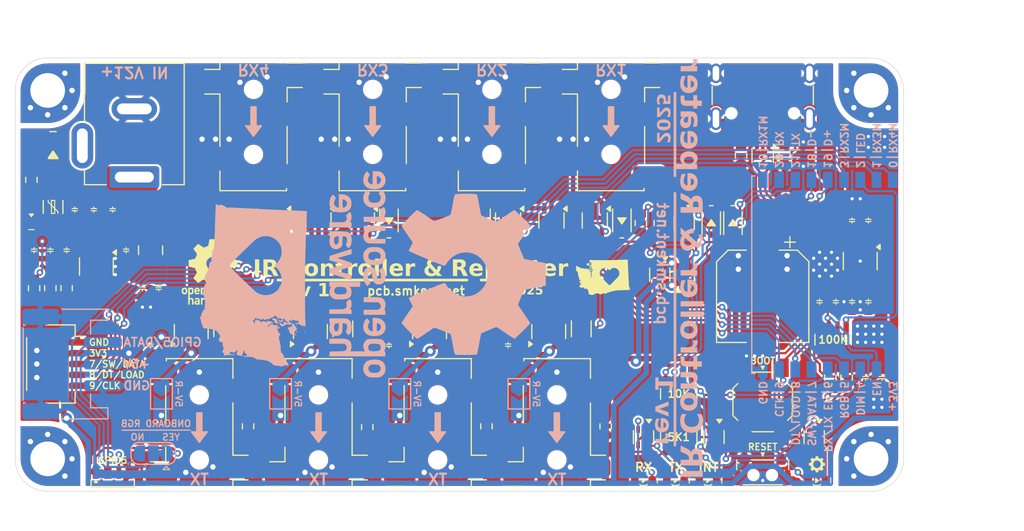
<source format=kicad_pcb>
(kicad_pcb (version 20240108) (generator "pcbnew") (generator_version "8.0")
  (layers (0 "F.Cu" signal) (31 "B.Cu" signal) (34 "B.Paste" user) (35 "F.Paste" user) (36 "B.SilkS" user "B.Silkscreen") (37 "F.SilkS" user "F.Silkscreen") (38 "B.Mask" user) (39 "F.Mask" user) (44 "Edge.Cuts" user))
  (net 0 "")
  (net 1 "+5V")
  (net 2 "GND")
  (net 3 "GPIO2")
  (net 6 "+3V3")
  (net 8 "ESP32_EN")
  (net 9 "D+")
  (net 10 "D-")
  (net 11 "/USB_DP")
  (net 12 "/USB_DM")
  (net 13 "/CC1")
  (net 14 "/CC2")
  (net 16 "TX_3V3")
  (net 17 "RX1_5V")
  (net 19 "TX1_A")
  (net 20 "RX1_MODE")
  (net 21 "RX1_5V_INV")
  (net 22 "RX_3V3")
  (net 23 "RX2_5V")
  (net 24 "RX3_5V")
  (net 27 "RX4_5V")
  (net 29 "RX2_5V_INV")
  (net 30 "RX3_5V_INV")
  (net 31 "RX4_5V_INV")
  (net 32 "RX2_MODE")
  (net 33 "RX3_MODE")
  (net 34 "RX4_MODE")
  (net 35 "TX2_A")
  (net 38 "TX3_A")
  (net 40 "TX4_A")
  (net 41 "+12V")
  (net 43 "/SW_5V")
  (net 44 "FB_5V")
  (net 45 "Net-(U3-VBST)")
  (net 46 "Net-(Q8A-D)")
  (net 47 "Net-(U3-EN)")
  (net 48 "LED_EN")
  (net 49 "RX_TX_EN")
  (net 50 "/DC_IN_RAW")
  (net 51 "Net-(LED1-A)")
  (net 52 "TX")
  (net 53 "TX_INV")
  (net 54 "PIXEL_DOUT")
  (net 55 "IO9{slash}CLK")
  (net 56 "IO8{slash}DT{slash}LOAD")
  (net 57 "PIXEL_DATA_3V3")
  (net 58 "Net-(D3-A)")
  (net 59 "Net-(D4-A)")
  (net 60 "Net-(D5-A)")
  (net 61 "Net-(D6-A)")
  (net 62 "Net-(LED0-A)")
  (net 63 "Net-(LED1-K)")
  (net 64 "Net-(LED2-K)")
  (net 65 "Net-(LED2-A)")
  (net 66 "Net-(LED3-K)")
  (net 67 "Net-(LED3-A)")
  (net 68 "Net-(LED4-A)")
  (net 69 "Net-(LED4-K)")
  (net 70 "IO7{slash}SW{slash}DATA")
  (net 71 "/PIXEL_DATA")
  (net 72 "/PIXEL_DIN")
  (net 73 "/RX_5V_SW")
  (net 74 "RX")
  (net 75 "/Infrared Transmitter/TX1_5V_J")
  (net 76 "/Infrared Transmitter/TX2_5V_J")
  (net 77 "/Infrared Transmitter/TX3_5V_J")
  (net 78 "/Infrared Transmitter/TX4_5V_J")
  (net 79 "/Infrared Transmitter/TX1_A_P")
  (net 80 "/Infrared Transmitter/TX2_A_P")
  (net 81 "/Infrared Transmitter/TX3_A_P")
  (net 82 "/Infrared Transmitter/TX4_A_P")
  (net 83 "LED_GND")
  (footprint "Resistor_SMD:R_0603_1608Metric" (layer "F.Cu") (at 129 59 90)
    (property "Reference" "R2" (hide yes))
    (property "Value" "5K1")
  )
  (footprint "Resistor_SMD:R_1206_3216Metric" (layer "F.Cu") (at 110.25 75 -90)
    (property "Reference" "R14" (hide yes))
    (property "Value" "15R")
  )
  (footprint "discrete:C_0603_1608Metric" (layer "F.Cu") (at 70.5 76.525 -90)
    (property "Reference" "C22" (hide yes))
    (property "Value" "22u")
  )
  (footprint "Package_TO_SOT_SMD:SOT-23-6" (layer "F.Cu") (at 65.5 69.25 -90)
    (property "Reference" "U3" (hide yes))
    (property "Value" "TPS563201")
  )
  (footprint "Package_TO_SOT_SMD:SOT-563" (layer "F.Cu") (at 122.5 85 -90)
    (property "Reference" "Q8" (hide yes))
    (property "Value" "PDNM6ET20V05")
  )
  (footprint "connector:Jack_3.5mm_PJ-327U-SMT_Horizontal" (layer "F.Cu") (at 108 83.5 180)
    (property "Reference" "J6" (hide yes))
    (property "Value" "PJ-327U")
  )
  (footprint "discrete:LED_SideEmitter_1.7x1.1mm" (layer "F.Cu") (at 121.95 89 180)
    (property "Reference" "LED2" (hide yes))
    (property "Value" "XL-1606UWC")
  )
  (footprint "package:D_SOD-323" (layer "F.Cu") (at 101 65 90)
    (property "Reference" "D4" (hide yes))
    (property "Value" "1N4148WS")
  )
  (footprint "package:SOT-363_SC-70-6_HandSolder" (layer "F.Cu") (at 82 65 -90)
    (property "Reference" "U9" (hide yes))
    (property "Value" "SN74LVC1G157DC")
  )
  (footprint "discrete:L_1008_2520Metric" (layer "F.Cu") (at 70.5 67.75 -90)
    (property "Reference" "L1" (hide yes))
    (property "Value" "4u7")
  )
  (footprint "graphics:icon-gear-1.5mm" (layer "F.Cu") (at 132 87.5)
    (property "Reference" "G***" (hide yes))
    (property "Value" "LOGO" (hide yes))
  )
  (footprint "discrete:C_0603_1608Metric" (layer "F.Cu") (at 68.25 67.75 90)
    (property "Reference" "C13" (hide yes))
    (property "Value" "0u1")
  )
  (footprint "Package_TO_SOT_SMD:SOT-563" (layer "F.Cu") (at 116 85 -90)
    (property "Reference" "Q7" (hide yes))
    (property "Value" "PDNM6ET20V05")
  )
  (footprint "discrete:C_0603_1608Metric" (layer "F.Cu") (at 63.5 64 -90)
    (property "Reference" "C18" (hide yes))
    (property "Value" "22u")
  )
  (footprint "discrete:C_0603_1608Metric" (layer "F.Cu") (at 135.25 65 90)
    (property "Reference" "C2" (hide yes))
    (property "Value" "0u1")
  )
  (footprint "Resistor_SMD:R_0603_1608Metric" (layer "F.Cu") (at 61.25 71.25 90)
    (property "Reference" "R9" (hide yes))
    (property "Value" "10K")
  )
  (footprint "Resistor_SMD:R_0603_1608Metric" (layer "F.Cu") (at 62.75 71.25 -90)
    (property "Reference" "R8" (hide yes))
    (property "Value" "57K6")
  )
  (footprint "graphics:wa-state-heart-5mm" (layer "F.Cu") (at 112.25 70.25)
    (property "Reference" "G***" (hide yes))
    (property "Value" "LOGO" (hide yes))
  )
  (footprint "package:SOT-363_SC-70-6_HandSolder" (layer "F.Cu") (at 103.5 65 -90)
    (property "Reference" "U7" (hide yes))
    (property "Value" "SN74LVC1G157DC")
  )
  (footprint "discrete:C_0603_1608Metric" (layer "F.Cu") (at 136.5 79.5 -90)
    (property "Reference" "C6" (hide yes))
    (property "Value" "0u1")
  )
  (footprint "Package_TO_SOT_SMD:SOT-23" (layer "F.Cu") (at 107.25 75.25 90)
    (property "Reference" "Q3" (hide yes))
    (property "Value" "AO3401A")
  )
  (footprint "connector:Jack_3.5mm_PJ-327U-SMT_Horizontal" (layer "F.Cu") (at 91 56.5)
    (property "Reference" "J4" (hide yes))
    (property "Value" "PJ-327U")
  )
  (footprint "Resistor_SMD:R_0603_1608Metric" (layer "F.Cu") (at 59.75 71.25 -90)
    (property "Reference" "R3" (hide yes))
    (property "Value" "10K")
  )
  (footprint "package:D_SOD-323" (layer "F.Cu") (at 124.25 65.25 -90)
    (property "Reference" "D1" (hide yes))
    (property "Value" "1N4148WS")
  )
  (footprint "discrete:LED_SideEmitter_1.7x1.1mm" (layer "F.Cu") (at 116 89 180)
    (property "Reference" "LED3" (hide yes))
    (property "Value" "XL-1606UBC")
  )
  (footprint "package:SOT-363_SC-70-6_HandSolder" (layer "F.Cu") (at 86 65 -90)
    (property "Reference" "U5" (hide yes))
    (property "Value" "NC7WZ14P6X")
  )
  (footprint "Resistor_SMD:R_0603_1608Metric" (layer "F.Cu") (at 134.75 79.5 90)
    (property "Reference" "R16" (hide yes))
    (property "Value" "100K")
  )
  (footprint "package:D_SOD-323" (layer "F.Cu") (at 79.5 65 90)
    (property "Reference" "D6" (hide yes))
    (property "Value" "1N4148WS")
  )
  (footprint "discrete:C_0603_1608Metric" (layer "F.Cu") (at 71.25 71.25 -90)
    (property "Reference" "C15" (hide yes))
    (property "Value" "22u")
  )
  (footprint "discrete:R_Array_Convex_4x0603_HandSolder" (layer "F.Cu") (at 133.5 76 -90)
    (property "Reference" "RN3" (hide yes))
    (property "Value" "100K")
  )
  (footprint "discrete:LED_SideEmitter_1.7x1.1mm" (layer "F.Cu") (at 132 89 180)
    (property "Reference" "LED1" (hide yes))
    (property "Value" "XL-1606UWC")
  )
  (footprint "connector:Jack_3.5mm_PJ-327U-SMT_Horizontal" (layer "F.Cu") (at 113 56.5)
    (property "Reference" "J2" (hide yes))
    (property "Value" "PJ-327U")
  )
  (footprint "connector:Jack_3.5mm_PJ-327U-SMT_Horizontal" (layer "F.Cu") (at 75 83.5 180)
    (property "Reference" "J9" (hide yes))
    (property "Value" "PJ-327U")
  )
  (footprint "electromechanical:SW_Push_1P1T-MP_NO_4.6x3mm_Horizontal" (layer "F.Cu") (at 127 88)
    (property "Reference" "SW1" (hide yes))
    (property "Value" "Reset")
  )
  (footprint "Package_TO_SOT_SMD:SOT-23" (layer "F.Cu") (at 96.25 75.25 90)
    (property "Reference" "Q4" (hide yes))
    (property "Value" "AO3401A")
  )
  (footprint "discrete:LED_0603_1608Metric" (layer "F.Cu") (at 59.5 64.5 90)
    (property "Reference" "LED0" (hide yes))
    (property "Value" "Red")
  )
  (footprint "Capacitor_SMD:CP_Elec_8x10" (layer "F.Cu") (at 127 72 -90)
    (property "Reference" "C9" (hide yes))
    (property "Value" "1000u")
  )
  (footprint "discrete:Fuse_1206_3216Metric" (layer "F.Cu") (at 61.5 63.75 -90)
    (property "Reference" "F1" (hide yes))
    (property "Value" "16V 2A")
  )
  (footprint "discrete:C_0603_1608Metric" (layer "F.Cu") (at 81.5 76.525 -90)
    (property "Reference" "C21" (hide yes))
    (property "Value" "22u")
  )
  (footprint "mechanical:MountingHole_3.2mm_M3_Pad_Via_corner_compact" (layer "F.Cu") (at 61 53 -90)
    (property "Reference" "REF**" (hide yes))
    (property "Value" "MountingHole_3.2mm_M3_Pad_Via_corner_compact" (hide yes))
  )
  (footprint "discrete:C_0603_1608Metric" (layer "F.Cu") (at 136.75 65 90)
    (property "Reference" "C1" (hide yes))
    (property "Value" "10u")
  )
  (footprint "Resistor_SMD:R_0603_1608Metric" (layer "F.Cu") (at 101.5 84 -90)
    (property "Reference" "R6" (hide yes))
    (property "Value" "100K")
  )
  (footprint "Package_TO_SOT_SMD:SOT-23" (layer "F.Cu") (at 74.25 75.25 90)
    (property "Reference" "Q6" (hide yes))
    (property "Value" "AO3401A")
  )
  (footprint "connector:Jack_3.5mm_PJ-327U-SMT_Horizontal" (layer "F.Cu") (at 86 83.5 180)
    (property "Reference" "J8" (hide yes))
    (property "Value" "PJ-327U")
  )
  (footprint "Package_TO_SOT_SMD:SOT-666" (layer "F.Cu") (at 127 59 -90)
    (property "Reference" "U1" (hide yes))
    (property "Value" "USBLC6-2P6")
  )
  (footprint "mechanical:MountingHole_3.2mm_M3_Pad_Via_corner_compact" (layer "F.Cu") (at 61 87)
    (property "Reference" "REF**" (hide yes))
    (property "Value" "MountingHole_3.2mm_M3_Pad_Via_corner_compact" (hide yes))
  )
  (footprint "Resistor_SMD:R_0603_1608Metric" (layer "F.Cu") (at 90.5 84.075 -90)
    (property "Reference" "R7" (hide yes))
    (property "Value" "100K")
  )
  (footprint "package:SOT-363_SC-70-6_HandSolder" (layer "F.Cu") (at 111.5 65 -90)
    (property "Reference" "U6" (hide yes))
    (property "Value" "SN74LVC1G157DC")
  )
  (footprint "package:D_SOD-323" (layer "F.Cu") (at 122.25 65.25 -90)
    (property "Reference" "D2" (hide yes))
    (property "Value" "1N4148WS")
  )
  (footprint "Package_TO_SOT_SMD:SOT-23-5" (layer "F.Cu") (at 136 68.75 -90)
    (property "Reference" "U2" (hide yes))
    (property "Value" "ME6211C33M5")
  )
  (footprint "discrete:LED_SideEmitter_1.7x1.1mm" (layer "F.Cu") (at 118.95 89 180)
    (property "Reference" "LED4" (hide yes))
    (property "Value" "XL-1606UBC")
  )
  (footprint "connector:JST_SH_SM05B-SRSS-TB_1x05-1MP_P1.00mm_Horizontal" (layer "F.Cu") (at 61.75 78.25 -90)
    (property "Reference" "J10")
    (property "Value" "JST SH")
  )
  (footprint "package:SOT-363_SC-70-6_HandSolder" (layer "F.Cu") (at 107.5 65 -90)
    (property "Reference" "U4" (hide yes))
    (property "Value" "NC7WZ14P6X")
  )
  (footprint "discrete:C_0603_1608Metric" (layer "F.Cu") (at 67 64 -90)
    (property "Reference" "C16" (hide yes))
    (property "Value" "22u")
  )
  (footprint "connector:Jack_3.5mm_PJ-327U-SMT_Horizontal" (layer "F.Cu") (at 97 83.5 180)
    (property "Reference" "J7" (hide yes))
    (property "Value" "PJ-327U")
  )
  (footprint "connector:USB_C_Receptacle_GCT_USB4105-xx-A_16P_TopMnt_Horizontal" (layer "F.Cu") (at 127 52.5 180)
    (property "Reference" "J1" (hide yes))
    (property "Value" "USB_C_Receptacle_USB2.0_16P")
  )
  (footprint "mechanical:MountingHole_3.2mm_M3_Pad_Via_corner_compact" (layer "F.Cu") (at 137 87 90)
    (property "Reference" "REF**" (hide yes))
    (property "Value" "MountingHole_3.2mm_M3_Pad_Via_corner_compact" (hide yes))
  )
  (footprint "Resistor_SMD:R_1206_3216Metric" (layer "F.Cu") (at 77.25 75 -90)
    (property "Reference" "R13" (hide yes))
    (property "Value" "15R")
  )
  (footprint "Resistor_SMD:R_0603_1608Metric" (layer "F.Cu") (at 79.5 84 -90)
    (property "Reference" "R17" (hide yes))
    (property "Value" "100K")
  )
  (footprint "connector:Jack_3.5mm_PJ-327U-SMT_Horizontal" (layer "F.Cu") (at 80 56.5)
    (property "Reference" "J5" (hide yes))
    (property "Value" "PJ-327U")
  )
  (footprint "mechanical:MountingHole_3.2mm_M3_Pad_Via_corner_compact" (layer "F.Cu") (at 137 53 180)
    (property "Reference" "REF**" (hide yes))
    (property "Value" "MountingHole_3.2mm_M3_Pad_Via_corner_compact" (hide yes))
  )
  (footprint "discrete:C_0603_1608Metric" (layer "F.Cu") (at 65.26 64 -90)
    (property "Reference" "C17" (hide yes))
    (property "Value" "22u")
  )
  (footprint "Button_Switch_SMD:SW_SPST_TL3342" (layer "F.Cu") (at 127 81.75 -90)
    (property "Reference" "SW2" (hide yes))
    (property "Value" "Boot")
  )
  (footprint "discrete:C_0603_1608Metric" (layer "F.Cu") (at 61.25 67.75 -90)
    (property "Reference" "C11" (hide yes))
    (property "Value" "10u")
  )
  (footprint "Resistor_SMD:R_0603_1608Metric" (layer "F.Cu") (at 115.75 65.25 90)
    (property "Reference" "R11" (hide yes))
    (property "Value" "2K2")
  )
  (footprint "Package_TO_SOT_SMD:SOT-563" (layer "F.Cu") (at 131.75 85 -90)
    (property "Reference" "Q9" (hide yes))
    (property "Value" "PDNM6ET20V05")
  )
  (footprint "Package_TO_SOT_SMD:SOT-563" (layer "F.Cu") (at 117.5 70 -90)
    (property "Reference" "U11" (hide yes))
    (property "Value" "SN74LVC1T45Z6")
  )
  (footprint "discrete:LED_SK6812SIDE-A_4.0x1.6mm" (layer "F.Cu") (at 67 88.25)
    (property "Reference" "LED5")
    (property "Value" "SK6812SIDE-A")
  )
  (footprint "Resistor_SMD:R_0603_1608Metric" (layer "F.Cu") (at 112.5 84 -90)
    (property "Reference" "R5" (hide yes))
    (property "Value" "100K")
  )
  (footprint "discrete:C_0603_1608Metric" (layer "F.Cu") (at 133.75 72.5 90)
    (property "Reference" "C7" (hide yes))
    (property "Value" "1u")
  )
  (footprint "Resistor_SMD:R_0603_1608Metric" (layer "F.Cu") (at 59.5 61.25 90)
    (property "Reference" "R4" (hide yes))
    (property "Value" "10K")
  )
  (footprint "discrete:C_0603_1608Metric" (layer "F.Cu") (at 138 79.5 -90)
    (property "Reference" "C5" (hide yes))
    (property "Value" "10u")
  )
  (footprint "Package_TO_SOT_SMD:SOT-563" (layer "F.Cu") (at 119.75 65.25 -90)
    (property "Reference" "Q1" (hide yes))
    (property "Value" "PDNM6ET20V05")
  )
  (footprint "discrete:C_0603_1608Metric" (layer "F.Cu") (at 62.75 67.75 -90)
    (property "Reference" "C12" (hide yes))
    (property "Value" "0u1")
  )
  (footprint "Resistor_SMD:R_1206_3216Metric" (layer "F.Cu") (at 99.25 75 -90)
    (property "Reference" "R12" (hide yes))
    (property "Value" "15R")
  )
  (footprint "discrete:C_0603_1608Metric" (layer "F.Cu") (at 59.75 67.75 -90)
    (property "Reference" "C10" (hide yes))
    (property "Value" "10u")
  )
  (footprint "discrete:C_0603_1608Metric" (layer "F.Cu") (at 135.25 72.5 -90)
    (property "Reference" "C3" (hide yes))
    (property "Value" "0u1")
  )
  (footprint "package:D_SOD-323" (layer "F.Cu") (at 114 65 90)
    (property "Reference" "D3" (hide yes))
    (property "Value" "1N4148WS")
  )
  (footprint "discrete:C_0603_1608Metric" (layer "F.Cu") (at 103.5 76.5 -90)
    (property "Reference" "C19" (hide yes))
    (property "Value" "22u")
  )
  (footprint "package:D_SOD-323" (layer "F.Cu") (at 92.5 65 90)
    (property "Reference" "D5" (hide yes))
    (property "Value" "1N4148WS")
  )
  (footprint "Resistor_SMD:R_1206_3216Metric" (layer "F.Cu") (at 88.25 75 -90)
    (property "Reference" "R15" (hide yes))
    (property "Value" "15R")
  )
  (footprint "discrete:C_0603_1608Metric" (layer "F.Cu") (at 132.25 72.5 90)
    (property "Reference" "C8" (hide yes))
    (property "Value" "0u1")
  )
  (footprint "discrete:R_Array_Convex_4x0603_HandSolder" (layer "F.Cu") (at 119.25 81 90)
    (property "Reference" "RN2" (hide yes))
    (property "Value" "10K")
  )
  (footprint "Resistor_SMD:R_0603_1608Metric" (layer "F.Cu") (at 117.5 65.25 -90)
    (property "Reference" "R10" (hide yes))
    (property "Value" "2K2")
  )
  (footprint "package:D_SOD-123F" (layer "F.Cu") (at 61.5 59 -90)
    (property "Reference" "D0" (hide yes))
    (property "Value" "D_TVS")
  )
  (footprint "Resistor_SMD:R_0603_1608Metric" (layer "F.Cu") (at 125 59 90)
    (property "Reference" "R1" (hide yes))
    (property "Value" "5K1")
  )
  (footprint "discrete:C_0603_1608Metric" (layer "F.Cu") (at 136.75 72.5 -90)
    (property "Reference" "C4" (hide yes))
    (property "Value" "10u")
  )
  (footprint "Symbol:OSHW-Logo_5.7x6mm_SilkScreen" (layer "F.Cu") (at 76.25 69.75)
    (property "Reference" "REF**" (hide yes))
    (property "Value" "OSHW-Logo_5.7x6mm_SilkScreen" (hide yes))
  )
  (footprint "discrete:C_0603_1608Metric" (layer "F.Cu") (at 92.5 76.525 -90)
    (property "Reference" "C20" (hide yes))
    (property "Value" "22u")
  )
  (footprint "Package_TO_SOT_SMD:SOT-23" (layer "F.Cu") (at 85.25 75.25 90)
    (property "Reference" "Q5" (hide yes))
    (property "Value" "AO3401A")
  )
  (footprint "discrete:R_Array_Convex_4x0603_HandSolder" (layer "F.Cu") (at 119.25 85 90)
    (property "Reference" "RN1" (hide yes))
    (property "Value" "5K1")
  )
  (footprint "package:SOT-363_SC-70-6_HandSolder" (layer "F.Cu") (at 90 65 -90)
    (property "Reference" "U8" (hide yes))
    (property "Value" "SN74LVC1G157DC")
  )
  (footprint "connector:BarrelJack_DC-005_THT_Horizontal" (layer "F.Cu") (at 69 61 180)
    (property "Reference" "J0" (hide yes))
    (property "Value" "DC-005")
  )
  (footprint "Resistor_SMD:R_0603_1608Metric" (layer "F.Cu") (at 133.25 79.5 90)
    (property "Reference" "R18" (hide yes))
    (property "Value" "100K")
  )
  (footprint "Package_TO_SOT_SMD:SOT-563" (layer "F.Cu") (at 119.75 70 90)
    (property "Reference" "U10" (hide yes))
    (property "Value" "SN74LVC1T45Z6")
  )
  (footprint "discrete:C_0603_1608Metric" (layer "F.Cu") (at 69.75 71.25 -90)
    (property "Reference" "C14" (hide yes))
    (property "Value" "22u")
  )
  (footprint "connector:Jack_3.5mm_PJ-327U-SMT_Horizontal" (layer "F.Cu") (at 102 56.5)
    (property "Reference" "J3" (hide yes))
    (property "Value" "PJ-327U")
  )
  (footprint "Jumper:SolderJumper-2_P1.3mm_Open_TrianglePad1.0x1.5mm" (layer "B.Cu") (at 93.5 81 -90)
    (property "Reference" "JP2" (hide yes))
    (property "Value" "Open")
  )
  (footprint "Jumper:SolderJumper-2_P1.3mm_Open_TrianglePad1.0x1.5mm" (layer "B.Cu") (at 71.5 81 -90)
    (property "Reference" "JP4" (hide yes))
    (property "Value" "Open")
  )
  (footprint "module:ESP32-C3-WROOM-02" (layer "B.Cu") (at 133 70 90)
    (property "Reference" "SM1" (hide yes))
    (property "Value" "ESP32-C3-WROOM-02")
  )
  (footprint "Jumper:SolderJumper-3_P1.3mm_Bridged12_RoundedPad1.0x1.5mm" (layer "B.Cu") (at 70.75 86.5 180)
    (property "Reference" "JP5" (hide yes))
    (property "Value" "1-2")
  )
  (footprint "Jumper:SolderJumper-2_P1.3mm_Open_TrianglePad1.0x1.5mm" (layer "B.Cu") (at 104.5 81 -90)
    (property "Reference" "JP1" (hide yes))
    (property "Value" "Open")
  )
  (footprint "Jumper:SolderJumper-2_P1.3mm_Open_TrianglePad1.0x1.5mm" (layer "B.Cu") (at 82.5 81 -90)
    (property "Reference" "JP3" (hide yes))
    (property "Value" "Open")
  )
  (footprint "graphics:wa-state-heart-15mm" (layer "B.Cu") (at 80 71 90)
    (property "Reference" "G***" (hide yes))
    (property "Value" "LOGO" (hide yes))
  )
  (footprint "Symbol:OSHW-Logo_19x20mm_SilkScreen" (layer "B.Cu") (at 97 70 90)
    (property "Reference" "REF**" (hide yes))
    (property "Value" "OSHW-Logo_19x20mm_SilkScreen" (hide yes))
  )
  (footprint "connector:STEMMA-Signal-SMD-horizontal" (layer "B.Cu") (at 63.25 78.25 90)
    (property "Reference" "J11" (hide yes))
    (property "Value" "STEMMA-Signal")
  )
  (gr_line (start 118.9 85.75) (end 118.9 62.5) (stroke (width 0.25)) (layer "B.SilkS"))
  (gr_line (start 118.9 60.875) (end 118.9 53.25) (stroke (width 0.25)) (layer "B.SilkS"))
  (gr_poly (pts (xy 101.75 54.5) (xy 101.75 56.25) (xy 101.25 56.25) (xy 102 57.25) (xy 102.75 56.25) (xy 102.25 56.25) (xy 102.25 54.5)) (stroke (width 0.1)) (fill solid) (layer "B.SilkS"))
  (gr_poly (pts (xy 85.75 82.75) (xy 85.75 84.5) (xy 85.25 84.5) (xy 86 85.5) (xy 86.75 84.5) (xy 86.25 84.5) (xy 86.25 82.75)) (stroke (width 0.1)) (fill solid) (layer "B.SilkS"))
  (gr_poly (pts (xy 79.75 54.5) (xy 79.75 56.25) (xy 79.25 56.25) (xy 80 57.25) (xy 80.75 56.25) (xy 80.25 56.25) (xy 80.25 54.5)) (stroke (width 0.1)) (fill solid) (layer "B.SilkS"))
  (gr_poly (pts (xy 74.75 82.75) (xy 74.75 84.5) (xy 74.25 84.5) (xy 75 85.5) (xy 75.75 84.5) (xy 75.25 84.5) (xy 75.25 82.75)) (stroke (width 0.1)) (fill solid) (layer "B.SilkS"))
  (gr_poly (pts (xy 112.75 54.5) (xy 112.75 56.25) (xy 112.25 56.25) (xy 113 57.25) (xy 113.75 56.25) (xy 113.25 56.25) (xy 113.25 54.5)) (stroke (width 0.1)) (fill solid) (layer "B.SilkS"))
  (gr_poly (pts (xy 90.75 54.5) (xy 90.75 56.25) (xy 90.25 56.25) (xy 91 57.25) (xy 91.75 56.25) (xy 91.25 56.25) (xy 91.25 54.5)) (stroke (width 0.1)) (fill solid) (layer "B.SilkS"))
  (gr_line (start 74.15 84.35) (end 67.85 84.35) (stroke (width 0.12)) (layer "B.SilkS"))
  (gr_poly (pts (xy 96.75 82.75) (xy 96.75 84.5) (xy 96.25 84.5) (xy 97 85.5) (xy 97.75 84.5) (xy 97.25 84.5) (xy 97.25 82.75)) (stroke (width 0.1)) (fill solid) (layer "B.SilkS"))
  (gr_poly (pts (xy 107.75 82.75) (xy 107.75 84.5) (xy 107.25 84.5) (xy 108 85.5) (xy 108.75 84.5) (xy 108.25 84.5) (xy 108.25 82.75)) (stroke (width 0.1)) (fill solid) (layer "B.SilkS"))
  (gr_line (start 101 70.5) (end 106.75 70.5) (stroke (width 0.25)) (layer "F.SilkS"))
  (gr_poly (pts (xy 127.15 86.45) (xy 127 86.75) (xy 126.85 86.45)) (stroke (width 0.1)) (fill solid) (layer "F.SilkS"))
  (gr_poly (pts (xy 127.15 78.45) (xy 127 78.75) (xy 126.85 78.45)) (stroke (width 0.1)) (fill solid) (layer "F.SilkS"))
  (gr_line (start 82.25 70.5) (end 99.7 70.5) (stroke (width 0.25)) (layer "F.SilkS"))
  (gr_line (start 137 90) (end 61 90) (stroke (width 0.05)) (layer "Edge.Cuts"))
  (gr_arc (start 61 90) (mid 58.87868 89.12132) (end 58 87) (stroke (width 0.05)) (layer "Edge.Cuts"))
  (gr_line (start 140 53) (end 140 87) (stroke (width 0.05)) (layer "Edge.Cuts"))
  (gr_arc (start 140 87) (mid 139.12132 89.12132) (end 137 90) (stroke (width 0.05)) (layer "Edge.Cuts"))
  (gr_line (start 61 50) (end 137 50) (stroke (width 0.05)) (layer "Edge.Cuts"))
  (gr_line (start 58 87) (end 58 53) (stroke (width 0.05)) (layer "Edge.Cuts"))
  (gr_arc (start 137 50) (mid 139.12132 50.87868) (end 140 53) (stroke (width 0.05)) (layer "Edge.Cuts"))
  (gr_arc (start 58 53) (mid 58.87868 50.87868) (end 61 50) (stroke (width 0.05)) (layer "Edge.Cuts"))
  (gr_text "SW/DATA|7" (at 131.5 79.75 -90) (layer "B.SilkS") (effects (font (size 0.7 0.7) (thickness 0.14) (bold yes)) (justify right mirror)))
  (gr_text "3|RX2M" (at 134.5 60.25 -90) (layer "B.SilkS") (effects (font (size 0.7 0.7) (thickness 0.14) (bold yes)) (justify left mirror)))
  (gr_text "TX" (at 75 89.5 0) (layer "B.SilkS") (effects (font (size 1 1) (thickness 0.2) (bold yes)) (justify bottom mirror)))
  (gr_text "ONBOARD RGB" (at 71 83.75 0) (layer "B.SilkS") (effects (font (size 0.6 0.6) (thickness 0.12) (bold yes)) (justify mirror)))
  (gr_text "21|TX" (at 130 60.25 -90) (layer "B.SilkS") (effects (font (size 0.7 0.7) (thickness 0.14) (bold yes)) (justify left mirror)))
  (gr_text "2025" (at 117.75 53.25 -90) (layer "B.SilkS") (effects (font (size 1.2 1.2) (thickness 0.2) (bold yes)) (justify right mirror)))
  (gr_text "10|RX1M" (at 127 60.25 -90) (layer "B.SilkS") (effects (font (size 0.7 0.7) (thickness 0.14) (bold yes)) (justify left mirror)))
  (gr_text "DT/LOAD|8" (at 130 79.75 -90) (layer "B.SilkS") (effects (font (size 0.7 0.7) (thickness 0.14) (bold yes)) (justify right mirror)))
  (gr_text "CLK|9" (at 128.5 79.75 -90) (layer "B.SilkS") (effects (font (size 0.7 0.7) (thickness 0.14) (bold yes)) (justify right mirror)))
  (gr_text "TX" (at 97 89.5 0) (layer "B.SilkS") (effects (font (size 1 1) (thickness 0.2) (bold yes)) (justify bottom mirror)))
  (gr_text "5V-R" (at 105.75 81 -90) (layer "B.SilkS") (effects (font (size 0.6 0.6) (thickness 0.12) (bold yes)) (justify bottom mirror)))
  (gr_text "RX/TX EN|6" (at 133 79.75 -90) (layer "B.SilkS") (effects (font (size 0.7 0.7) (thickness 0.14) (bold yes)) (justify right mirror)))
  (gr_text "+5V" (at 67.9 78.25 0) (layer "B.SilkS") (effects (font (size 0.8 0.8) (thickness 0.16) (bold yes)) (justify right mirror)))
  (gr_text "RX1" (at 113 50.5 180) (layer "B.SilkS") (effects (font (size 1 1) (thickness 0.2) (bold yes)) (justify bottom mirror)))
  (gr_text "+12V IN" (at 69 50.75 180) (layer "B.SilkS") (effects (font (size 1 1) (thickness 0.2) (bold yes)) (justify bottom mirror)))
  (gr_text "RGB|5" (at 134.5 79.75 -90) (layer "B.SilkS") (effects (font (size 0.7 0.7) (thickness 0.14) (bold yes)) (justify right mirror)))
  (gr_text "0|RX4M" (at 139 60.25 -90) (layer "B.SilkS") (effects (font (size 0.7 0.7) (thickness 0.14) (bold yes)) (justify left mirror)))
  (gr_text "19|D+" (at 133 60.25 -90) (layer "B.SilkS") (effects (font (size 0.7 0.7) (thickness 0.14) (bold yes)) (justify left mirror)))
  (gr_text "5V-R" (at 83.75 81 -90) (layer "B.SilkS") (effects (font (size 0.6 0.6) (thickness 0.12) (bold yes)) (justify bottom mirror)))
  (gr_text "5V-R" (at 94.75 81 -90) (layer "B.SilkS") (effects (font (size 0.6 0.6) (thickness 0.12) (bold yes)) (justify bottom mirror)))
  (gr_text "GPIO5/DATA" (at 67.9 76.25 0) (layer "B.SilkS") (effects (font (size 0.8 0.8) (thickness 0.16) (bold yes)) (justify right mirror)))
  (gr_text "EN" (at 137.5 79.75 -90) (layer "B.SilkS") (effects (font (size 0.7 0.7) (thickness 0.14) (bold yes)) (justify right mirror)))
  (gr_text "1|RX3M" (at 137.5 60.25 -90) (layer "B.SilkS") (effects (font (size 0.7 0.7) (thickness 0.14) (bold yes)) (justify left mirror)))
  (gr_text "RX2" (at 102 50.5 180) (layer "B.SilkS") (effects (font (size 1 1) (thickness 0.2) (bold yes)) (justify bottom mirror)))
  (gr_text "GND" (at 127 79.75 -90) (layer "B.SilkS") (effects (font (size 0.7 0.7) (thickness 0.14) (bold yes)) (justify right mirror)))
  (gr_text "20|RX" (at 128.5 60.25 -90) (layer "B.SilkS") (effects (font (size 0.7 0.7) (thickness 0.14) (bold yes)) (justify left mirror)))
  (gr_text "TX" (at 108 89.5 0) (layer "B.SilkS") (effects (font (size 1 1) (thickness 0.2) (bold yes)) (justify bottom mirror)))
  (gr_text "RX3" (at 91 50.5 180) (layer "B.SilkS") (effects (font (size 1 1) (thickness 0.2) (bold yes)) (justify bottom mirror)))
  (gr_text "5V-R" (at 72.75 81 -90) (layer "B.SilkS") (effects (font (size 0.6 0.6) (thickness 0.12) (bold yes)) (justify bottom mirror)))
  (gr_text "18|D-" (at 131.5 60.25 -90) (layer "B.SilkS") (effects (font (size 0.7 0.7) (thickness 0.14) (bold yes)) (justify left mirror)))
  (gr_text "YES" (at 71.5 85 0) (layer "B.SilkS") (effects (font (size 0.6 0.6) (thickness 0.12) (bold yes)) (justify right mirror)))
  (gr_text "TX" (at 86 89.5 0) (layer "B.SilkS") (effects (font (size 1 1) (thickness 0.2) (bold yes)) (justify bottom mirror)))
  (gr_text "rev 1" (at 117.75 85.75 270) (layer "B.SilkS") (effects (font (size 1.6 1.6) (thickness 0.32) (bold yes)) (justify left mirror)))
  (gr_text "DIM|4" (at 136 79.75 -90) (layer "B.SilkS") (effects (font (size 0.7 0.7) (thickness 0.14) (bold yes)) (justify right mirror)))
  (gr_text "+3V3" (at 139 79.75 -90) (layer "B.SilkS") (effects (font (size 0.7 0.7) (thickness 0.14) (bold yes)) (justify right mirror)))
  (gr_text "IR Controller & Repeater" (at 120.25 69.5 -90) (layer "B.SilkS") (effects (font (size 2 2) (thickness 0.3) (bold yes)) (justify mirror)))
  (gr_text "NO" (at 70 85 0) (layer "B.SilkS") (effects (font (size 0.6 0.6) (thickness 0.12) (bold yes)) (justify left mirror)))
  (gr_text "RX4" (at 80 50.5 180) (layer "B.SilkS") (effects (font (size 1 1) (thickness 0.2) (bold yes)) (justify bottom mirror)))
  (gr_text "2|LED" (at 136 60.25 -90) (layer "B.SilkS") (effects (font (size 0.7 0.7) (thickness 0.14) (bold yes)) (justify left mirror)))
  (gr_text "pcb.smkent.net" (at 117.75 69 -90) (layer "B.SilkS") (effects (font (size 1 1) (thickness 0.2) (bold yes)) (justify mirror)))
  (gr_text "GND" (at 67.9 80.25 0) (layer "B.SilkS") (effects (font (size 0.8 0.8) (thickness 0.16) (bold yes)) (justify right mirror)))
  (gr_text "BOOT" (at 127 77.6 0) (layer "F.SilkS") (effects (font (size 0.6 0.6) (thickness 0.12) (bold yes)) (justify top)))
  (gr_text "GPIO5" (at 67 87.5 0) (layer "F.SilkS") (effects (font (size 0.6 0.6) (thickness 0.12) (bold yes)) (justify bottom)))
  (gr_text "rev 1" (at 82.25 71.5 0) (layer "F.SilkS") (effects (font (size 1.2 1.2) (thickness 0.24) (bold yes)) (justify left)))
  (gr_text "pcb.smkent.net" (at 95 71.5 0) (layer "F.SilkS") (effects (font (size 0.8 0.8) (thickness 0.16) (bold yes))))
  (gr_text "7/SW/DATA" (at 64.75 78.25 0) (layer "F.SilkS") (effects (font (size 0.6 0.6) (thickness 0.12) (bold yes)) (justify left)))
  (gr_text "INT" (at 122 88.25 0) (layer "F.SilkS") (effects (font (size 0.8 0.8) (thickness 0.16) (bold yes)) (justify bottom)))
  (gr_text "GND" (at 64.75 76.25 0) (layer "F.SilkS") (effects (font (size 0.6 0.6) (thickness 0.12) (bold yes)) (justify left)))
  (gr_text "3V3" (at 64.75 77.25 0) (layer "F.SilkS") (effects (font (size 0.6 0.6) (thickness 0.12) (bold yes)) (justify left)))
  (gr_text "2025" (at 106.75 71.5 0) (layer "F.SilkS") (effects (font (size 0.8 0.8) (thickness 0.2) (bold yes)) (justify right)))
  (gr_text "8/DT/LOAD" (at 64.75 79.25 0) (layer "F.SilkS") (effects (font (size 0.6 0.6) (thickness 0.12) (bold yes)) (justify left)))
  (gr_text "RESET" (at 127 86.25 0) (layer "F.SilkS") (effects (font (size 0.6 0.6) (thickness 0.12) (bold yes)) (justify bottom)))
  (gr_text "IR Controller & Repeater" (at 94.5 69.5 0) (layer "F.SilkS") (effects (font (size 1.5 1.5) (thickness 0.3) (bold yes))))
  (gr_text "TX" (at 119 88.25 0) (layer "F.SilkS") (effects (font (size 0.8 0.8) (thickness 0.16) (bold yes)) (justify bottom)))
  (gr_text "9/CLK" (at 64.75 80.25 0) (layer "F.SilkS") (effects (font (size 0.6 0.6) (thickness 0.12) (bold yes)) (justify left)))
  (gr_text "RX" (at 116 88.25 0) (layer "F.SilkS") (effects (font (size 0.8 0.8) (thickness 0.16) (bold yes)) (justify bottom)))
  (segment (start 83.897316 77.375) (end 81.972316 75.45) (width 0.5) (layer "F.Cu") (net 1))
  (segment (start 96.0125 77.375) (end 96.31875 77.06875) (width 0.5) (layer "F.Cu") (net 1))
  (segment (start 101.327902 65.35) (end 101.625 65.647098) (width 0.4) (layer "F.Cu") (net 1))
  (segment (start 107.5 66.684878) (end 107.5 67.025) (width 0.4) (layer "F.Cu") (net 1))
  (segment (start 81.975 67.025) (end 81.025 67.025) (width 0.4) (layer "F.Cu") (net 1))
  (segment (start 66.55 86.824997) (end 66.55 88.25) (width 0.2) (layer "F.Cu") (net 1))
  (segment (start 115.3 78) (end 115.05 77.75) (width 0.5) (layer "F.Cu") (net 1))
  (segment (start 115.25 77.75) (end 115 77.75) (width 0.5) (layer "F.Cu") (net 1))
  (segment (start 117.5 81.445494) (end 117.745494 81.2) (width 0.2) (layer "F.Cu") (net 1))
  (segment (start 113.75 77.75) (end 111.45 75.45) (width 0.5) (layer "F.Cu") (net 1))
  (segment (start 115.05 77.75) (end 115 77.75) (width 0.5) (layer "F.Cu") (net 1))
  (segment (start 91.875 65.647098) (end 92.172098 65.35) (width 0.4) (layer "F.Cu") (net 1))
  (segment (start 92.172098 65.35) (end 92.827902 65.35) (width 0.4) (layer "F.Cu") (net 1))
  (segment (start 103.5 67.025) (end 107.5 67.025) (width 0.4) (layer "F.Cu") (net 1))
  (segment (start 81.972316 75.45) (end 75.9375 75.45) (width 0.5) (layer "F.Cu") (net 1))
  (segment (start 93.027902 65.55) (end 100.472098 65.55) (width 0.4) (layer "F.Cu") (net 1))
  (segment (start 107.5 66.125) (end 107.5 66.684878) (width 0.4) (layer "F.Cu") (net 1))
  (segment (start 65.654261 71.5) (end 67.175 71.5) (width 0.2) (layer "F.Cu") (net 1))
  (segment (start 127.578054 59) (end 129.362648 59) (width 0.2) (layer "F.Cu") (net 1))
  (segment (start 94.875 77.375) (end 96.0125 77.375) (width 0.5) (layer "F.Cu") (net 1))
  (segment (start 85.0125 77.375) (end 83.897316 77.375) (width 0.5) (layer "F.Cu") (net 1))
  (segment (start 100.472098 65.55) (end 100.672098 65.35) (width 0.4) (layer "F.Cu") (net 1))
  (segment (start 68.2875 70.3875) (end 69.75 70.3875) (width 0.2) (layer "F.Cu") (net 1))
  (segment (start 103.5 67.025) (end 103.5 66.684878) (width 0.4) (layer "F.Cu") (net 1))
  (segment (start 67.175 71.5) (end 68.2875 70.3875) (width 0.2) (layer "F.Cu") (net 1))
  (segment (start 85.31875 77.06875) (end 85.0125 77.375) (width 0.5) (layer "F.Cu") (net 1))
  (segment (start 127 68.75) (end 129.975 65.775) (width 0.5) (layer "F.Cu") (net 1))
  (segment (start 82 67) (end 81.975 67.025) (width 0.4) (layer "F.Cu") (net 1))
  (segment (start 63.0875 72.1625) (end 63.5 71.75) (width 0.2) (layer "F.Cu") (net 1))
  (segment (start 130 57.554999) (end 129.4 56.954999) (width 0.2) (layer "F.Cu") (net 1))
  (segment (start 127 59.925) (end 127 59.578054) (width 0.2) (layer "F.Cu") (net 1))
  (segment (start 76 62) (end 73.75 62) (width 0.4) (layer "F.Cu") (net 1))
  (segment (start 111.45 75.45) (end 108.9375 75.45) (width 0.5) (layer "F.Cu") (net 1))
  (segment (start 124.5 72.95) (end 124.5 76.75) (width 0.5) (layer "F.Cu") (net 1))
  (segment (start 80.125 65.647098) (end 79.827902 65.35) (width 0.4) (layer "F.Cu") (net 1))
  (segment (start 85.31875 77.06875) (end 86.2 76.1875) (width 0.5) (layer "F.Cu") (net 1))
  (segment (start 66.774997 86.6) (end 66.55 86.824997) (width 0.2) (layer "F.Cu") (net 1))
  (segment (start 82 67) (end 82.025 67.025) (width 0.4) (layer "F.Cu") (net 1))
  (segment (start 114.625 66.075) (end 115.75 66.075) (width 0.4) (layer "F.Cu") (net 1))
  (segment (start 113.225 67.025) (end 113.375 66.875) (width 0.4) (layer "F.Cu") (net 1))
  (segment (start 81.025 67.025) (end 80.125 66.125) (width 0.4) (layer "F.Cu") (net 1))
  (segment (start 103.95 75.45) (end 105.875 77.375) (width 0.5) (layer "F.Cu") (net 1))
  (segment (start 117.745494 81.2) (end 118.718456 81.2) (width 0.2) (layer "F.Cu") (net 1))
  (segment (start 129.362648 59) (end 130 58.362648) (width 0.2) (layer "F.Cu") (net 1))
  (segment (start 86.9375 75.45) (end 92.95 75.45) (width 0.5) (layer "F.Cu") (net 1))
  (segment (start 79.35 65.35) (end 76 62) (width 0.4) (layer "F.Cu") (net 1))
  (segment (start 125.725 71.725) (end 124.5 72.95) (width 0.5) (layer "F.Cu") (net 1))
  (segment (start 101.625 66.267893) (end 102.382107 67.025) (width 0.4) (layer "F.Cu") (net 1))
  (segment (start 114.625 65.647098) (end 114.625 66.075) (width 0.4) (layer "F.Cu") (net 1))
  (segment (start 119.65 77.75) (end 119.65 79.9) (width 0.5) (layer "F.Cu") (net 1))
  (segment (start 91.225 67.025) (end 91.875 66.375) (width 0.4) (layer "F.Cu") (net 1))
  (segment (start 62.75 72.1625) (end 63.0875 72.1625) (width 0.2) (layer "F.Cu") (net 1))
  (segment (start 119.65 77.75) (end 115.5 77.75) (width 0.5) (layer "F.Cu") (net 1))
  (segment (start 111.5 67.025) (end 113.225 67.025) (width 0.4) (layer "F.Cu") (net 1))
  (segment (start 124.6 55.805001) (end 125.455001 54.95) (width 0.5) (layer "F.Cu") (net 1))
  (segment (start 108.9375 75.45) (end 108.2 76.1875) (width 0.5) (layer "F.Cu") (net 1))
  (segment (start 90 67) (end 90 66.125) (width 0.4) (layer "F.Cu") (net 1))
  (segment (start 129.975 65.775) (end 135.25 65.775) (width 0.5) (layer "F.Cu") (net 1))
  (segment (start 91.875 66.375) (end 91.875 65.647098) (width 0.4) (layer "F.Cu") (net 1))
  (segment (start 111.5 67.025) (end 111.5 66.684878) (width 0.4) (layer "F.Cu") (net 1))
  (segment (start 97.3125 76.1875) (end 98.05 75.45) (width 0.5) (layer "F.Cu") (net 1))
  (segment (start 127 59.578054) (end 127.578054 59) (width 0.2) (layer "F.Cu") (net 1))
  (segment (start 98.05 75.45) (end 103.95 75.45) (width 0.5) (layer "F.Cu") (net 1))
  (segment (start 80.125 66.125) (end 80.125 65.647098) (width 0.4) (layer "F.Cu") (net 1))
  (segment (start 75.9375 75.45) (end 75.2 76.1875) (width 0.5) (layer "F.Cu") (net 1))
  (segment (start 79.827902 65.35) (end 79.35 65.35) (width 0.4) (layer "F.Cu") (net 1))
  (segment (start 115.3 78) (end 115.25 77.95) (width 0.5) (layer "F.Cu") (net 1))
  (segment (start 124.6 56.38) (end 124.6 55.805001) (width 0.5) (layer "F.Cu") (net 1))
  (segment (start 86 67.025) (end 89.975 67.025) (width 0.4) (layer "F.Cu") (net 1))
  (segment (start 128.544999 54.95) (end 129.4 55.805001) (width 0.5) (layer "F.Cu") (net 1))
  (segment (start 102.382107 67.025) (end 103.5 67.025) (width 0.4) (layer "F.Cu") (net 1))
  (segment (start 89.975 67.025) (end 90 67) (width 0.4) (layer "F.Cu") (net 1))
  (segment (start 96.31875 77.06875) (end 97.2 76.1875) (width 0.5) (layer "F.Cu") (net 1))
  (segment (start 118.718456 81.2) (end 119.65 80.268456) (width 0.2) (layer "F.Cu") (net 1))
  (segment (start 97.2 76.1875) (end 97.3125 76.1875) (width 0.5) (layer "F.Cu") (net 1))
  (segment (start 103.5 66.125) (end 103.5 66.684878) (width 0.4) (layer "F.Cu") (net 1))
  (segment (start 129.4 56.954999) (end 129.4 56.38) (width 0.2) (layer "F.Cu") (net 1))
  (segment (start 124.5 76.75) (end 123.5 77.75) (width 0.5) (layer "F.Cu") (net 1))
  (segment (start 111.5 66.684878) (end 111.5 66.125) (width 0.4) (layer "F.Cu") (net 1))
  (segment (start 100.672098 65.35) (end 101.327902 65.35) (width 0.4) (layer "F.Cu") (net 1))
  (segment (start 107.31875 77.06875) (end 108.2 76.1875) (width 0.5) (layer "F.Cu") (net 1))
  (segment (start 86 66.125) (end 86 66.684878) (width 0.4) (layer "F.Cu") (net 1))
  (segment (start 63.5 71.75) (end 65.404261 71.75) (width 0.2) (layer "F.Cu") (net 1))
  (segment (start 86.2 76.1875) (end 86.9375 75.45) (width 0.5) (layer "F.Cu") (net 1))
  (segment (start 129.4 55.805001) (end 129.4 56.38) (width 0.5) (layer "F.Cu") (net 1))
  (segment (start 127 70.45) (end 127 68.75) (width 0.5) (layer "F.Cu") (net 1))
  (segment (start 119.65 80.268456) (end 119.65 79.9) (width 0.2) (layer "F.Cu") (net 1))
  (segment (start 82 67) (end 82 66.125) (width 0.4) (layer "F.Cu") (net 1))
  (segment (start 115.5 77.75) (end 115.25 77.75) (width 0.5) (layer "F.Cu") (net 1))
  (segment (start 101.625 65.647098) (end 101.625 66.267893) (width 0.4) (layer "F.Cu") (net 1))
  (segment (start 92.95 75.45) (end 94.875 77.375) (width 0.5) (layer "F.Cu") (net 1))
  (segment (start 123.5 77.75) (end 119.65 77.75) (width 0.5) (layer "F.Cu") (net 1))
  (segment (start 113.375 66.875) (end 113.375 65.6) (width 0.4) (layer "F.Cu") (net 1))
  (segment (start 118.6 68.925) (end 115.75 66.075) (width 0.5) (layer "F.Cu") (net 1))
  (segment (start 125.725 71.725) (end 127 70.45) (width 0.5) (layer "F.Cu") (net 1))
  (segment (start 90.025 67.025) (end 91.225 67.025) (width 0.4) (layer "F.Cu") (net 1))
  (segment (start 85.975 67.025) (end 86 67) (width 0.4) (layer "F.Cu") (net 1))
  (segment (start 90 67) (end 90.025 67.025) (width 0.4) (layer "F.Cu") (net 1))
  (segment (start 86 66.684878) (end 86 67.025) (width 0.4) (layer "F.Cu") (net 1))
  (segment (start 86 67) (end 86 66.684878) (width 0.4) (layer "F.Cu") (net 1))
  (segment (start 130 58.362648) (end 130 57.554999) (width 0.2) (layer "F.Cu") (net 1))
  (segment (start 105.875 77.375) (end 107.0125 77.375) (width 0.5) (layer "F.Cu") (net 1))
  (segment (start 114.327902 65.35) (end 114.625 65.647098) (width 0.4) (layer "F.Cu") (net 1))
  (segment (start 107.0125 77.375) (end 107.31875 77.06875) (width 0.5) (layer "F.Cu") (net 1))
  (segment (start 120.45 83.9) (end 118.05 83.9) (width 0.2) (layer "F.Cu") (net 1))
  (segment (start 125.455001 54.95) (end 128.544999 54.95) (width 0.5) (layer "F.Cu") (net 1))
  (segment (start 115.25 77.95) (end 115.25 77.75) (width 0.5) (layer "F.Cu") (net 1))
  (segment (start 82.025 67.025) (end 85.975 67.025) (width 0.4) (layer "F.Cu") (net 1))
  (segment (start 118.05 83.9) (end 117.5 83.35) (width 0.2) (layer "F.Cu") (net 1))
  (segment (start 65.404261 71.75) (end 65.654261 71.5) (width 0.2) (layer "F.Cu") (net 1))
  (segment (start 115.3 77.95) (end 115.5 77.75) (width 0.5) (layer "F.Cu") (net 1))
  (segment (start 115 77.75) (end 113.75 77.75) (width 0.5) (layer "F.Cu") (net 1))
  (segment (start 117.5 83.35) (end 117.5 81.445494) (width 0.2) (layer "F.Cu") (net 1))
  (segment (start 107.5 67.025) (end 111.5 67.025) (width 0.4) (layer "F.Cu") (net 1))
  (segment (start 113.625 65.35) (end 114.327902 65.35) (width 0.4) (layer "F.Cu") (net 1))
  (segment (start 115.3 78) (end 115.3 77.95) (width 0.5) (layer "F.Cu") (net 1))
  (segment (start 92.827902 65.35) (end 93.027902 65.55) (width 0.4) (layer "F.Cu") (net 1))
  (segment (start 113.375 65.6) (end 113.625 65.35) (width 0.4) (layer "F.Cu") (net 1))
  (via (at 71.5 75.75) (size 1) (drill 0.5) (layers "F.Cu" "B.Cu") (net 1))
  (via (at 74.25 77.25) (size 1) (drill 0.5) (layers "F.Cu" "B.Cu") (net 1))
  (via (at 96.31875 77.06875) (size 1) (drill 0.5) (layers "F.Cu" "B.Cu") (net 1))
  (via (at 107.31875 77.06875) (size 1) (drill 0.5) (layers "F.Cu" "B.Cu") (net 1))
  (via (at 66.774997 86.6) (size 0.6) (drill 0.3) (layers "F.Cu" "B.Cu") (net 1))
  (via (at 85.31875 77.06875) (size 1) (drill 0.5) (layers "F.Cu" "B.Cu") (net 1))
  (via (at 115.3 78) (size 1) (drill 0.5) (layers "F.Cu" "B.Cu") (net 1))
  (via (at 118.6 68.925) (size 1) (drill 0.5) (layers "F.Cu" "B.Cu") (net 1))
  (segment (start 104.5 80.275) (end 104.5 79.8875) (width 0.5) (layer "B.Cu") (net 1))
  (segment (start 64.05 78.55) (end 64.35 78.25) (width 0.2) (layer "B.Cu") (net 1))
  (segment (start 118.6 68.925) (end 118.6 69.229288) (width 0.5) (layer "B.Cu") (net 1))
  (segment (start 93.5 79.8875) (end 96.31875 77.06875) (width 0.5) (layer "B.Cu") (net 1))
  (segment (start 64.05 81.05) (end 64.05 78.55) (width 0.2) (layer "B.Cu") (net 1))
  (segment (start 85.31875 77.06875) (end 82.5 79.8875) (width 0.5) (layer "B.Cu") (net 1))
  (segment (start 69 78.25) (end 66.1 78.25) (width 0.5) (layer "B.Cu") (net 1))
  (segment (start 118.6 69.229288) (end 115.55 72.279288) (width 0.5) (layer "B.Cu") (net 1))
  (segment (start 115.55 77.75) (end 115.3 78) (width 0.5) (layer "B.Cu") (net 1))
  (segment (start 82.5 79.8875) (end 82.5 80.275) (width 0.5) (layer "B.Cu") (net 1))
  (segment (start 71.5 80.275) (end 71.5 80) (width 0.5) (layer "B.Cu") (net 1))
  (segment (start 71.5 75.75) (end 69 78.25) (width 0.5) (layer "B.Cu") (net 1))
  (segment (start 93.5 80.275) (end 93.5 79.8875) (width 0.5) (layer "B.Cu") (net 1))
  (segment (start 64.35 78.25) (end 66.1 78.25) (width 0.2) (layer "B.Cu") (net 1))
  (segment (start 66.774997 86.6) (end 66.574997 86.4) (width 0.2) (layer "B.Cu") (net 1))
  (segment (start 66.574997 83.574997) (end 64.05 81.05) (width 0.2) (layer "B.Cu") (net 1))
  (segment (start 104.5 79.8875) (end 107.31875 77.06875) (width 0.5) (layer "B.Cu") (net 1))
  (segment (start 66.574997 86.4) (end 66.574997 83.574997) (width 0.2) (layer "B.Cu") (net 1))
  (segment (start 115.55 72.279288) (end 115.55 77.75) (width 0.5) (layer "B.Cu") (net 1))
  (segment (start 71.5 80) (end 74.25 77.25) (width 0.5) (layer "B.Cu") (net 1))
  (segment (start 61.25 67.75) (end 59.75 67.75) (width 0.2) (layer "F.Cu") (net 2))
  (segment (start 59.75 67.75) (end 59 67.75) (width 0.2) (layer "F.Cu") (net 2))
  (segment (start 135.25 73.225) (end 133.75 71.725) (width 0.2) (layer "F.Cu") (net 2))
  (segment (start 68.575 88.25) (end 68.575 86.825) (width 0.2) (layer "F.Cu") (net 2))
  (segment (start 66.45 68.1125) (end 66.7875 67.775) (width 0.2) (layer "F.Cu") (net 2))
  (segment (start 127 75.25) (end 127.25 75.25) (width 0.2) (layer "F.Cu") (net 2))
  (segment (start 61.175 72.075) (end 60.5 72.75) (width 0.2) (layer "F.Cu") (net 2))
  (segment (start 61.25 72.075) (end 61.175 72.075) (width 0.2) (layer "F.Cu") (net 2))
  (segment (start 127.5 77.5) (end 127.5 77.469058) (width 0.2) (layer "F.Cu") (net 2))
  (segment (start 66.7875 67.775) (end 71.475 67.775) (width 0.2) (layer "F.Cu") (net 2))
  (segment (start 128.219058 76.75) (end 128.75 76.75) (width 0.2) (layer "F.Cu") (net 2))
  (segment (start 71.475 67.775) (end 72 67.25) (width 0.2) (layer "F.Cu") (net 2))
  (segment (start 61.325 72.075) (end 62 72.75) (width 0.2) (layer "F.Cu") (net 2))
  (segment (start 59.75 68.525) (end 59.75 67.75) (width 0.2) (layer "F.Cu") (net 2))
  (segment (start 62.75 68.525) (end 62.75 67.75) (width 0.2) (layer "F.Cu") (net 2))
  (segment (start 127.5 77.469058) (end 128.219058 76.75) (width 0.2) (layer "F.Cu") (net 2))
  (segment (start 135.25 73.275) (end 135.25 73.225) (width 0.2) (layer "F.Cu") (net 2))
  (segment (start 72 67.25) (end 72 66.25) (width 0.2) (layer "F.Cu") (net 2))
  (segment (start 62.75 67.75) (end 61.25 67.75) (width 0.2) (layer "F.Cu") (net 2))
  (segment (start 127 77.5) (end 127.5 77.5) (width 0.2) (layer "F.Cu") (net 2))
  (segment (start 61.25 68.525) (end 61.25 67.75) (width 0.2) (layer "F.Cu") (net 2))
  (segment (start 61.25 72.075) (end 61.325 72.075) (width 0.2) (layer "F.Cu") (net 2))
  (via (at 86 79) (size 1) (drill 0.5) (layers "F.Cu" "B.Cu") (net 2))
  (via (at 138.25 58.25) (size 0.6) (drill 0.3) (layers "F.Cu" "B.Cu") (net 2))
  (via (at 106.75 88.25) (size 1) (drill 0.5) (layers "F.Cu" "B.Cu") (net 2))
  (via (at 97 79) (size 1) (drill 0.5) (layers "F.Cu" "B.Cu") (net 2))
  (via (at 88.75 57.5) (size 1) (drill 0.5) (layers "F.Cu" "B.Cu") (net 2))
  (via (at 97.25 57.5) (size 1) (drill 0.5) (layers "F.Cu" "B.Cu") (net 2))
  (via (at 78.75 52.25) (size 1) (drill 0.5) (layers "F.Cu" "B.Cu") (net 2))
  (via (at 76.5 57.5) (size 1) (drill 0.5) (layers "F.Cu" "B.Cu") (net 2))
  (via (at 75 79) (size 1) (drill 0.5) (layers "F.Cu" "B.Cu") (net 2))
  (via (at 77.75 57.5) (size 1) (drill 0.5) (layers "F.Cu" "B.Cu") (net 2))
  (via (at 92.25 51.75) (size 1) (drill 0.5) (layers "F.Cu" "B.Cu") (net 2))
  (via (at 137.25 81.5) (size 0.6) (drill 0.3) (layers "F.Cu" "B.Cu") (net 2))
  (via (at 136 72.5) (size 0.6) (drill 0.3) (layers "F.Cu" "B.Cu") (net 2))
  (via (at 127 89) (size 0.6) (drill 0.3) (layers "F.Cu" "B.Cu") (net 2))
  (via (at 86.25 57.5) (size 1) (drill 0.5) (layers "F.Cu" "B.Cu") (net 2))
  (via (at 68.5 77.25) (size 1) (drill 0.5) (layers "F.Cu" "B.Cu") (net 2))
  (via (at 87.25 87.75) (size 1) (drill 0.5) (layers "F.Cu" "B.Cu") (net 2))
  (via (at 60 79.5) (size 1) (drill 0.5) (layers "F.Cu" "B.Cu") (net 2))
  (via (at 114.25 51.75) (size 1) (drill 0.5) (layers "F.Cu" "B.Cu") (net 2))
  (via (at 136.75 57.25) (size 0.6) (drill 0.3) (layers "F.Cu" "B.Cu") (net 2))
  (via (at 60 77) (size 1) (drill 0.5) (layers "F.Cu" "B.Cu") (net 2))
  (via (at 98.5 57.5) (size 1) (drill 0.5) (layers "F.Cu" "B.Cu") (net 2))
  (via (at 130.75 60) (size 0.6) (drill 0.3) (layers "F.Cu" "B.Cu") (net 2))
  (via (at 81.25 51.75) (size 1) (drill 0.5) (layers "F.Cu" "B.Cu") (net 2))
  (via (at 103.25 51.75) (size 1) (drill 0.5) (layers "F.Cu" "B.Cu") (net 2))
  (via (at 138.25 57.25) (size 0.6) (drill 0.3) (layers "F.Cu" "B.Cu") (net 2))
  (via (at 136 68.75) (size 0.6) (drill 0.3) (layers "F.Cu" "B.Cu") (net 2))
  (via (at 127 77.5) (size 0.6) (drill 0.3) (layers "F.Cu" "B.Cu") (net 2))
  (via (at 108 79) (size 1) (drill 0.5) (layers "F.Cu" "B.Cu") (net 2))
  (via (at 70.5 73) (size 0.6) (drill 0.3) (layers "F.Cu" "B.Cu") (net 2))
  (via (at 138 82.25) (size 0.6) (drill 0.3) (layers "F.Cu" "B.Cu") (net 2))
  (via (at 73.75 88.25) (size 1) (drill 0.5) (layers "F.Cu" "B.Cu") (net 2))
  (via (at 69.75 73) (size 0.6) (drill 0.3) (layers "F.Cu" "B.Cu") (net 2))
  (via (at 87.5 57.5) (size 1) (drill 0.5) (layers "F.Cu" "B.Cu") (net 2))
  (via (at 95.75 88.25) (size 1) (drill 0.5) (layers "F.Cu" "B.Cu") (net 2))
  (via (at 125.5 77.5) (size 0.6) (drill 0.3) (layers "F.Cu" "B.Cu") (net 2))
  (via (at 89.75 52.25) (size 1) (drill 0.5) (layers "F.Cu" "B.Cu") (net 2))
  (via (at 67.25 69.25) (size 0.6) (drill 0.3) (layers "F.Cu" "B.Cu") (net 2))
  (via (at 67.25 70) (size 0.6) (drill 0.3) (layers "F.Cu" "B.Cu") (net 2))
  (via (at 136.75 58.25) (size 0.6) (drill 0.3) (layers "F.Cu" "B.Cu") (net 2))
  (via (at 124.75 68.25) (size 1) (drill 0.5) (layers "F.Cu" "B.Cu") (net 2))
  (via (at 124.75 69.5) (size 1) (drill 0.5) (layers "F.Cu" "B.Cu") (net 2))
  (via (at 98.25 87.75) (size 1) (drill 0.5) (layers "F.Cu" "B.Cu") (net 2))
  (via (at 129.25 69.5) (size 1) (drill 0.5) (layers "F.Cu" "B.Cu") (net 2))
  (via (at 100.75 52.25) (size 1) (drill 0.5) (layers "F.Cu" "B.Cu") (net 2))
  (via (at 136 63) (size 0.6) (drill 0.3) (layers "F.Cu" "B.Cu") (net 2))
  (via (at 76.25 87.75) (size 1) (drill 0.5) (layers "F.Cu" "B.Cu") (net 2))
  (via (at 109.25 87.75) (size 1) (drill 0.5) (layers "F.Cu" "B.Cu") (net 2))
  (via (at 84.75 88.25) (size 1) (drill 0.5) (layers "F.Cu" "B.Cu") (net 2))
  (via (at 129.25 68.25) (size 1) (drill 0.5) (layers "F.Cu" "B.Cu") (net 2))
  (via (at 99.75 57.5) (size 1) (drill 0.5) (layers "F.Cu" "B.Cu") (net 2))
  (via (at 75.25 57.5) (size 1) (drill 0.5) (layers "F.Cu" "B.Cu") (net 2))
  (via (at 134.5 72.5) (size 0.6) (drill 0.3) (layers "F.Cu" "B.Cu") (net 2))
  (via (at 126.25 77.5) (size 0.6) (drill 0.3) (layers "F.Cu" "B.Cu") (net 2))
  (via (at 138 81.5) (size 0.6) (drill 0.3) (layers "F.Cu" "B.Cu") (net 2))
  (via (at 135.25 63) (size 0.6) (drill 0.3) (layers "F.Cu" "B.Cu") (net 2))
  (via (at 137.25 82.25) (size 0.6) (drill 0.3) (layers "F.Cu" "B.Cu") (net 2))
  (via (at 111.75 52.25) (size 1) (drill 0.5) (layers "F.Cu" "B.Cu") (net 2))
  (via (at 60 78.25) (size 1) (drill 0.5) (layers "F.Cu" "B.Cu") (net 2))
  (via (at 109.5 57.5) (size 1) (drill 0.5) (layers "F.Cu" "B.Cu") (net 2))
  (via (at 130.75 57.75) (size 0.6) (drill 0.3) (layers "F.Cu" "B.Cu") (net 2))
  (via (at 67.25 68.5) (size 0.6) (drill 0.3) (layers "F.Cu" "B.Cu") (net 2))
  (via (at 108.25 57.5) (size 1) (drill 0.5) (layers "F.Cu" "B.Cu") (net 2))
  (via (at 110.75 57.5) (size 1) (drill 0.5) (layers "F.Cu" "B.Cu") (net 2))
  (via (at 136 73.25) (size 0.6) (drill 0.3) (layers "F.Cu" "B.Cu") (net 2))
  (segment (start 131.75 77.754506) (end 131.75 76.445494) (width 0.2) (layer "F.Cu") (net 3))
  (segment (start 132.275 78.887648) (end 132.275 78.275) (width 0.2) (layer "F.Cu") (net 3))
  (segment (start 131.995494 76.2) (end 133.768456 76.2) (width 0.2) (layer "F.Cu") (net 3))
  (segment (start 133.8375 79.4125) (end 132.799852 79.4125) (width 0.2) (layer "F.Cu") (net 3))
  (segment (start 134.75 80.325) (end 132.675 82.4) (width 0.2) (layer "F.Cu") (net 3))
  (segment (start 132.675 84.750432) (end 132.425432 85) (width 0.2) (layer "F.Cu") (net 3))
  (segment (start 132.425432 85) (end 132 85) (width 0.2) (layer "F.Cu") (net 3))
  (segment (start 132.675 84.750432) (end 132.675 82.4) (width 0.2) (layer "F.Cu") (net 3))
  (segment (start 134.7 75.268456) (end 134.7 74.9) (width 0.2) (layer "F.Cu") (net 3))
  (segment (start 134.684434 74.157051) (end 134.7 74.172617) (width 0.2) (layer "F.Cu") (net 3))
  (segment (start 134.7 74.172617) (end 134.7 74.9) (width 0.2) (layer "F.Cu") (net 3))
  (segment (start 132.799852 79.4125) (end 132.275 78.887648) (width 0.2) (layer "F.Cu") (net 3))
  (segment (start 131.995494 78) (end 131.75 77.754506) (width 0.2) (layer "F.Cu") (net 3))
  (segment (start 133.768456 76.2) (end 134.7 75.268456) (width 0.2) (layer "F.Cu") (net 3))
  (segment (start 131.75 76.445494) (end 131.995494 76.2) (width 0.2) (layer "F.Cu") (net 3))
  (segment (start 132 85) (end 131.75 84.75) (width 0.2) (layer "F.Cu") (net 3))
  (segment (start 132 78) (end 131.995494 78) (width 0.2) (layer "F.Cu") (net 3))
  (segment (start 134.75 80.325) (end 133.8375 79.4125) (width 0.2) (layer "F.Cu") (net 3))
  (segment (start 131.75 84.75) (end 131.75 84.2875) (width 0.2) (layer "F.Cu") (net 3))
  (segment (start 132.275 78.275) (end 132 78) (width 0.2) (layer "F.Cu") (net 3))
  (via (at 134.684434 74.157051) (size 0.6) (drill 0.3) (layers "F.Cu" "B.Cu") (net 3))
  (segment (start 139.4 73.6) (end 139.4 62.65) (width 0.2) (layer "B.Cu") (net 3))
  (segment (start 139.05 62.3) (end 136.75 62.3) (width 0.2) (layer "B.Cu") (net 3))
  (segment (start 134.684434 74.157051) (end 134.891485 73.95) (width 0.2) (layer "B.Cu") (net 3))
  (segment (start 139.4 62.65) (end 139.05 62.3) (width 0.2) (layer "B.Cu") (net 3))
  (segment (start 136 61.55) (end 136 61.25) (width 0.2) (layer "B.Cu") (net 3))
  (segment (start 136.75 62.3) (end 136 61.55) (width 0.2) (layer "B.Cu") (net 3))
  (segment (start 134.891485 73.95) (end 139.05 73.95) (width 0.2) (layer "B.Cu") (net 3))
  (segment (start 139.05 73.95) (end 139.4 73.6) (width 0.2) (layer "B.Cu") (net 3))
  (segment (start 62.5 83) (end 62.5 77.725001) (width 0.5) (layer "F.Cu") (net 6))
  (segment (start 62.75 83.25) (end 62.5 83) (width 0.5) (layer "F.Cu") (net 6))
  (segment (start 62.5 77.725001) (end 62.975001 77.25) (width 0.5) (layer "F.Cu") (net 6))
  (segment (start 135.6 75.35) (end 135.75 75.5) (width 0.2) (layer "F.Cu") (net 6))
  (segment (start 62.975001 77.25) (end 63.75 77.25) (width 0.5) (layer "F.Cu") (net 6))
  (via (at 62.75 83.25) (size 1) (drill 0.5) (layers "F.Cu" "B.Cu") (net 6))
  (via (at 136.5 75.5) (size 0.6) (drill 0.3) (layers "F.Cu" "B.Cu") (net 6))
  (via (at 136.5 76.25) (size 0.6) (drill 0.3) (layers "F.Cu" "B.Cu") (net 6))
  (via (at 118.6 71) (size 1) (drill 0.5) (layers "F.Cu" "B.Cu") (net 6))
  (via (at 137.25 76.25) (size 0.6) (drill 0.3) (layers "F.Cu" "B.Cu") (net 6))
  (via (at 136.5 74.75) (size 0.6) (drill 0.3) (layers "F.Cu" "B.Cu") (net 6))
  (via (at 135.75 76.25) (size 0.6) (drill 0.3) (layers "F.Cu" "B.Cu") (net 6))
  (via (at 138 75.5) (size 0.6) (drill 0.3) (layers "F.Cu" "B.Cu") (net 6))
  (via (at 135.75 74.75) (size 0.6) (drill 0.3) (layers "F.Cu" "B.Cu") (net 6))
  (via (at 135.75 75.5) (size 0.6) (drill 0.3) (layers "F.Cu" "B.Cu") (net 6))
  (via (at 138 74.75) (size 0.6) (drill 0.3) (layers "F.Cu" "B.Cu") (net 6))
  (via (at 137.25 75.5) (size 0.6) (drill 0.3) (layers "F.Cu" "B.Cu") (net 6))
  (via (at 137.25 74.75) (size 0.6) (drill 0.3) (layers "F.Cu" "B.Cu") (net 6))
  (via (at 138 76.25) (size 0.6) (drill 0.3) (layers "F.Cu" "B.Cu") (net 6))
  (segment (start 129.766726 89.25) (end 128.191726 87.675) (width 0.5) (layer "B.Cu") (net 6))
  (segment (start 139.25 83.245) (end 135.447852 83.245) (width 0.5) (layer "B.Cu") (net 6))
  (segment (start 125.325 88.158274) (end 125.325 88.175) (width 0.5) (layer "B.Cu") (net 6))
  (segment (start 124.25 89.25) (end 113.25 89.25) (width 0.5) (layer "B.Cu") (net 6))
  (segment (start 64.755 85.447852) (end 64.755 89.25) (width 0.5) (layer "B.Cu") (net 6))
  (segment (start 117.819238 71) (end 116.25 72.569238) (width 0.5) (layer "B.Cu") (net 6))
  (segment (start 125.808274 87.675) (end 125.325 88.158274) (width 0.5) (layer "B.Cu") (net 6))
  (segment (start 113.25 82.093503) (end 113.25 89.25) (width 0.5) (layer "B.Cu") (net 6))
  (segment (start 128.191726 87.675) (end 125.808274 87.675) (width 0.5) (layer "B.Cu") (net 6))
  (segment (start 125.325 88.175) (end 124.25 89.25) (width 0.5) (layer "B.Cu") (net 6))
  (segment (start 139 78.75) (end 139.25 79) (width 0.5) (layer "B.Cu") (net 6))
  (segment (start 116.25 79.093503) (end 113.25 82.093503) (width 0.5) (layer "B.Cu") (net 6))
  (segment (start 139.25 79) (end 139.25 83.245) (width 0.5) (layer "B.Cu") (net 6))
  (segment (start 135.447852 83.245) (end 133.245 85.447852) (width 0.5) (layer "B.Cu") (net 6))
  (segment (start 64.755 89.25) (end 113.25 89.25) (width 0.5) (layer "B.Cu") (net 6))
  (segment (start 62.75 83.25) (end 62.75 83.442852) (width 0.5) (layer "B.Cu") (net 6))
  (segment (start 133.245 89.25) (end 129.766726 89.25) (width 0.5) (layer "B.Cu") (net 6))
  (segment (start 118.6 71) (end 117.819238 71) (width 0.5) (layer "B.Cu") (net 6))
  (segment (start 116.25 72.569238) (end 116.25 79.093503) (width 0.5) (layer "B.Cu") (net 6))
  (segment (start 62.75 83.442852) (end 64.755 85.447852) (width 0.5) (layer "B.Cu") (net 6))
  (segment (start 133.245 85.447852) (end 133.245 89.25) (width 0.5) (layer "B.Cu") (net 6))
  (segment (start 133.1 74.9) (end 133.1 74.1) (width 0.2) (layer "F.Cu") (net 8))
  (segment (start 133 74) (end 133 73.275) (width 0.2) (layer "F.Cu") (net 8))
  (segment (start 128.1 86.1) (end 128.1 77.434744) (width 0.2) (layer "F.Cu") (net 8))
  (segment (start 128.7 86.7) (end 128.1 86.1) (width 0.2) (layer "F.Cu") (net 8))
  (segment (start 131.75 74.585785) (end 131.75 73.775) (width 0.2) (layer "F.Cu") (net 8))
  (segment (start 128.7 87.05) (end 128.7 86.7) (width 0.2) (layer "F.Cu") (net 8))
  (segment (start 128.1 77.434744) (end 128.284744 77.25) (width 0.2) (layer "F.Cu") (net 8))
  (segment (start 131.75 73.775) (end 132.25 73.275) (width 0.2) (layer "F.Cu") (net 8))
  (segment (start 129.085785 77.25) (end 131.75 74.585785) (width 0.2) (layer "F.Cu") (net 8))
  (segment (start 133 73.275) (end 133.75 73.275) (width 0.2) (layer "F.Cu") (net 8))
  (segment (start 128.284744 77.25) (end 129.085785 77.25) (width 0.2) (layer "F.Cu") (net 8))
  (segment (start 132.25 73.275) (end 133 73.275) (width 0.2) (layer "F.Cu") (net 8))
  (segment (start 133.1 74.1) (end 133 74) (width 0.2) (layer "F.Cu") (net 8))
  (via (at 133 74) (size 0.6) (drill 0.3) (layers "F.Cu" "B.Cu") (net 8))
  (segment (start 137.5 77.25) (end 137.25 77) (width 0.2) (layer "B.Cu") (net 8))
  (segment (start 135.25 77) (end 134.9 76.65) (width 0.2) (layer "B.Cu") (net 8))
  (segment (start 137.5 78.75) (end 137.5 77.25) (width 0.2) (layer "B.Cu") (net 8))
  (segment (start 134.9 76.65) (end 134.9 75.584314) (width 0.2) (layer "B.Cu") (net 8))
  (segment (start 133.315686 74) (end 133 74) (width 0.2) (layer "B.Cu") (net 8))
  (segment (start 137.25 77) (end 135.25 77) (width 0.2) (layer "B.Cu") (net 8))
  (segment (start 134.9 75.584314) (end 133.315686 74) (width 0.2) (layer "B.Cu") (net 8))
  (segment (start 127.613907 63.432107) (end 127.067893 62.886093) (width 0.2) (layer "F.Cu") (net 9))
  (segment (start 126.775 62.178986) (end 126.775 60.55741) (width 0.2) (layer "F.Cu") (net 9))
  (segment (start 126.4625 60.24491) (end 126.4625 59.85) (width 0.2) (layer "F.Cu") (net 9))
  (segment (start 132.103553 63.146447) (end 131.817893 63.432107) (width 0.2) (layer "F.Cu") (net 9))
  (segment (start 126.775 60.55741) (end 126.4625 60.24491) (width 0.2) (layer "F.Cu") (net 9))
  (segment (start 131.110786 63.725) (end 128.321014 63.725) (width 0.2) (layer "F.Cu") (net 9))
  (segment (start 132.25 62.75) (end 132.25 62.792893) (width 0.2) (layer "F.Cu") (net 9))
  (via (at 132.25 62.75) (size 0.6) (drill 0.3) (layers "F.Cu" "B.Cu") (net 9))
  (arc (start 128.321014 63.725) (mid 127.93833 63.64888) (end 127.613907 63.432107) (width 0.2) (layer "F.Cu") (net 9))
  (arc (start 132.25 62.792893) (mid 132.21194 62.984235) (end 132.103553 63.146447) (width 0.2) (layer "F.Cu") (net 9))
  (arc (start 131.110786 63.725) (mid 131.493469 63.64888) (end 131.817893 63.432107) (width 0.2) (layer "F.Cu") (net 9))
  (arc (start 127.067893 62.886093) (mid 126.85112 62.561669) (end 126.775 62.178986) (width 0.2) (layer "F.Cu") (net 9))
  (segment (start 133 61.25) (end 133 62) (width 0.2) (layer "B.Cu") (net 9))
  (segment (start 133 62) (end 132.25 62.75) (width 0.2) (layer "B.Cu") (net 9))
  (segment (start 129.338 62.762071) (end 129.338 63.107) (width 0.2) (layer "F.Cu") (net 10))
  (segment (start 129.926 62.594061) (end 130.01 62.594061) (width 0.2) (layer "F.Cu") (net 10))
  (segment (start 129.506 63.275) (end 129.59 63.275) (width 0.2) (layer "F.Cu") (net 10))
  (segment (start 127.225 60.55741) (end 127.225 61.992586) (width 0.2) (layer "F.Cu") (net 10))
  (segment (start 128.507414 63.275) (end 128.75 63.275) (width 0.2) (layer "F.Cu") (net 10))
  (segment (start 129.086 62.594071) (end 129.17 62.594071) (width 0.2) (layer "F.Cu") (net 10))
  (segment (start 131.21789 62.982107) (end 131.449997 62.75) (width 0.2) (layer "F.Cu") (net 10))
  (segment (start 127.517893 62.699693) (end 127.800307 62.982107) (width 0.2) (layer "F.Cu") (net 10))
  (segment (start 130.178 62.762061) (end 130.178 63.107) (width 0.2) (layer "F.Cu") (net 10))
  (segment (start 130.5 63.275) (end 130.510783 63.275) (width 0.2) (layer "F.Cu") (net 10))
  (segment (start 130.43 63.275) (end 130.5 63.275) (width 0.2) (layer "F.Cu") (net 10))
  (segment (start 127.5375 60.24491) (end 127.225 60.55741) (width 0.2) (layer "F.Cu") (net 10))
  (segment (start 127.5375 59.85) (end 127.5375 60.24491) (width 0.2) (layer "F.Cu") (net 10))
  (segment (start 129.758 63.107) (end 129.758 62.762061) (width 0.2) (layer "F.Cu") (net 10))
  (segment (start 130.346 63.275) (end 130.43 63.275) (width 0.2) (layer "F.Cu") (net 10))
  (segment (start 128.918 63.107) (end 128.918 62.762071) (width 0.2) (layer "F.Cu") (net 10))
  (via (at 131.449997 62.75) (size 0.6) (drill 0.3) (layers "F.Cu" "B.Cu") (net 10))
  (arc (start 128.918 62.762071) (mid 128.967206 62.643277) (end 129.086 62.594071) (width 0.2) (layer "F.Cu") (net 10))
  (arc (start 127.225 61.992586) (mid 127.30112 62.375269) (end 127.517893 62.699693) (width 0.2) (layer "F.Cu") (net 10))
  (arc (start 129.338 63.107) (mid 129.387206 63.225794) (end 129.506 63.275) (width 0.2) (layer "F.Cu") (net 10))
  (arc (start 129.758 62.762061) (mid 129.807206 62.643267) (end 129.926 62.594061) (width 0.2) (layer "F.Cu") (net 10))
  (arc (start 130.01 62.594061) (mid 130.128794 62.643267) (end 130.178 62.762061) (width 0.2) (layer "F.Cu") (net 10))
  (arc (start 128.75 63.275) (mid 128.868794 63.225794) (end 128.918 63.107) (width 0.2) (layer "F.Cu") (net 10))
  (arc (start 129.59 63.275) (mid 129.708794 63.225794) (end 129.758 63.107) (width 0.2) (layer "F.Cu") (net 10))
  (arc (start 130.178 63.107) (mid 130.227206 63.225794) (end 130.346 63.275) (width 0.2) (layer "F.Cu") (net 10))
  (arc (start 127.800307 62.982107) (mid 128.12473 63.19888) (end 128.507414 63.275) (width 0.2) (layer "F.Cu") (net 10))
  (arc (start 129.17 62.594071) (mid 129.288794 62.643277) (end 129.338 62.762071) (width 0.2) (layer "F.Cu") (net 10))
  (arc (start 130.510783 63.275) (mid 130.893466 63.19888) (end 131.21789 62.982107) (width 0.2) (layer "F.Cu") (net 10))
  (segment (start 131.5 62.699997) (end 131.449997 62.75) (width 0.2) (layer "B.Cu") (net 10))
  (segment (start 131.5 61.25) (end 131.5 62.699997) (width 0.2) (layer "B.Cu") (net 10))
  (segment (start 126.25 56.954999) (end 126.470001 57.175) (width 0.2) (layer "F.Cu") (net 11))
  (segment (start 126.470001 57.175) (end 127.029999 57.175) (width 0.2) (layer "F.Cu") (net 11))
  (segment (start 127.25 56.954999) (end 127.25 56.38) (width 0.2) (layer "F.Cu") (net 11))
  (segment (start 126.25 57.9375) (end 126.25 56.38) (width 0.2) (layer "F.Cu") (net 11))
  (segment (start 127.029999 57.175) (end 127.25 56.954999) (width 0.2) (layer "F.Cu") (net 11))
  (segment (start 126.25 56.38) (end 126.25 56.954999) (width 0.2) (layer "F.Cu") (net 11))
  (segment (start 126.4625 58.15) (end 126.25 57.9375) (width 0.2) (layer "F.Cu") (net 11))
  (segment (start 127.75 57.9375) (end 127.75 56.38) (width 0.2) (layer "F.Cu") (net 12))
  (segment (start 126.75 55.75) (end 126.75 56.38) (width 0.2) (layer "F.Cu") (net 12))
  (segment (start 127.444999 55.5) (end 127 55.5) (width 0.2) (layer "F.Cu") (net 12))
  (segment (start 127.75 55.805001) (end 127.444999 55.5) (width 0.2) (layer "F.Cu") (net 12))
  (segment (start 127 55.5) (end 126.75 55.75) (width 0.2) (layer "F.Cu") (net 12))
  (segment (start 127.75 56.38) (end 127.75 55.805001) (width 0.2) (layer "F.Cu") (net 12))
  (segment (start 127.5375 58.15) (end 127.75 57.9375) (width 0.2) (layer "F.Cu") (net 12))
  (segment (start 128.675 58.175) (end 129 58.175) (width 0.2) (layer "F.Cu") (net 13))
  (segment (start 128.25 57.75) (end 128.675 58.175) (width 0.2) (layer "F.Cu") (net 13))
  (segment (start 128.25 56.38) (end 128.25 57.75) (width 0.2) (layer "F.Cu") (net 13))
  (segment (start 125.25 57.925) (end 125 58.175) (width 0.2) (layer "F.Cu") (net 14))
  (segment (start 125.25 56.38) (end 125.25 57.925) (width 0.2) (layer "F.Cu") (net 14))
  (segment (start 124.967505 65.217505) (end 124.25 65.93501) (width 0.2) (layer "F.Cu") (net 16))
  (segment (start 124.25 65.93501) (end 124.25 66.3) (width 0.2) (layer "F.Cu") (net 16))
  (via (at 124.967505 65.217505) (size 0.6) (drill 0.3) (layers "F.Cu" "B.Cu") (net 16))
  (segment (start 126.3 62.7) (end 127.915686 62.7) (width 0.2) (layer "B.Cu") (net 16))
  (segment (start 127.915686 62.7) (end 128.315686 62.3) (width 0.2) (layer "B.Cu") (net 16))
  (segment (start 129.25 62.3) (end 130 61.55) (width 0.2) (layer "B.Cu") (net 16))
  (segment (start 125.5 64.68501) (end 125.5 63.5) (width 0.2) (layer "B.Cu") (net 16))
  (segment (start 125.5 63.5) (end 126.3 62.7) (width 0.2) (layer "B.Cu") (net 16))
  (segment (start 128.315686 62.3) (end 129.25 62.3) (width 0.2) (layer "B.Cu") (net 16))
  (segment (start 124.967505 65.217505) (end 125.5 64.68501) (width 0.2) (layer "B.Cu") (net 16))
  (segment (start 130 61.55) (end 130 61.25) (width 0.2) (layer "B.Cu") (net 16))
  (segment (start 111.809878 62.975) (end 112.15 63.315122) (width 0.4) (layer "F.Cu") (net 17))
  (segment (start 109.05 62.975) (end 111.809878 62.975) (width 0.4) (layer "F.Cu") (net 17))
  (segment (start 108.15 63.875) (end 109.05 62.975) (width 0.4) (layer "F.Cu") (net 17))
  (segment (start 109.05 62.975) (end 109.5 62.525) (width 0.4) (layer "F.Cu") (net 17))
  (segment (start 109.5 62.525) (end 109.5 59.3) (width 0.4) (layer "F.Cu") (net 17))
  (segment (start 112.15 63.315122) (end 112.15 63.875) (width 0.4) (layer "F.Cu") (net 17))
  (segment (start 112.15 66.125) (end 112.375 66.125) (width 0.2) (layer "F.Cu") (net 20))
  (segment (start 112.375 66.125) (end 112.5 66) (width 0.2) (layer "F.Cu") (net 20))
  (via (at 112.5 66) (size 0.6) (drill 0.3) (layers "F.Cu" "B.Cu") (net 20))
  (segment (start 112.5 66) (end 111.75 65.25) (width 0.2) (layer "B.Cu") (net 20))
  (segment (start 111.75 65.25) (end 111.75 63.447058) (width 0.2) (layer "B.Cu") (net 20))
  (segment (start 115.497058 59.7) (end 125.41 59.7) (width 0.2) (layer "B.Cu") (net 20))
  (segment (start 125.41 59.7) (end 127 61.29) (width 0.2) (layer "B.Cu") (net 20))
  (segment (start 111.75 63.447058) (end 115.497058 59.7) (width 0.2) (layer "B.Cu") (net 20))
  (segment (start 110.85 63.875) (end 110.85 64.15) (width 0.2) (layer "F.Cu") (net 21))
  (segment (start 108.875 66.125) (end 108.15 66.125) (width 0.2) (layer "F.Cu") (net 21))
  (segment (start 110.85 64.15) (end 108.875 66.125) (width 0.2) (layer "F.Cu") (net 21))
  (segment (start 123.175 66.16148) (end 123.175 66.890686) (width 0.2) (layer "F.Cu") (net 22))
  (segment (start 124.9 63.5) (end 124.9 64.43648) (width 0.2) (layer "F.Cu") (net 22))
  (segment (start 122.35 67.4) (end 120.675 69.075) (width 0.2) (layer "F.Cu") (net 22))
  (segment (start 123.175 66.890686) (end 122.665686 67.4) (width 0.2) (layer "F.Cu") (net 22))
  (segment (start 120.675 70.2875) (end 120.25 70.7125) (width 0.2) (layer "F.Cu") (net 22))
  (segment (start 120.675 69.075) (end 120.675 70.2875) (width 0.2) (layer "F.Cu") (net 22))
  (segment (start 122.665686 67.4) (end 122.35 67.4) (width 0.2) (layer "F.Cu") (net 22))
  (segment (start 124.9 64.43648) (end 123.175 66.16148) (width 0.2) (layer "F.Cu") (net 22))
  (via (at 124.9 63.5) (size 0.6) (drill 0.3) (layers "F.Cu" "B.Cu") (net 22))
  (segment (start 127.7 62.3) (end 128.5 61.5) (width 0.2) (layer "B.Cu") (net 22))
  (segment (start 126.134314 62.3) (end 127.7 62.3) (width 0.2) (layer "B.Cu") (net 22))
  (segment (start 124.9 63.5) (end 124.934314 63.5) (width 0.2) (layer "B.Cu") (net 22))
  (segment (start 124.934314 63.5) (end 126.134314 62.3) (width 0.2) (layer "B.Cu") (net 22))
  (segment (start 128.5 61.5) (end 128.5 61.25) (width 0.2) (layer "B.Cu") (net 22))
  (segment (start 106.85 63.875) (end 104.15 63.875) (width 0.4) (layer "F.Cu") (net 23))
  (segment (start 104.15 62.9) (end 100.55 59.3) (width 0.4) (layer "F.Cu") (net 23))
  (segment (start 104.15 63.875) (end 104.15 62.9) (width 0.4) (layer "F.Cu") (net 23))
  (segment (start 100.55 59.3) (end 98.5 59.3) (width 0.4) (layer "F.Cu") (net 23))
  (segment (start 87.5 63.025) (end 86.65 63.875) (width 0.4) (layer "F.Cu") (net 24))
  (segment (start 87.55 62.975) (end 86.65 63.875) (width 0.4) (layer "F.Cu") (net 24))
  (segment (start 90.65 63.315122) (end 90.309878 62.975) (width 0.4) (layer "F.Cu") (net 24))
  (segment (start 90.309878 62.975) (end 87.55 62.975) (width 0.4) (layer "F.Cu") (net 24))
  (segment (start 90.65 63.875) (end 90.65 63.315122) (width 0.4) (layer "F.Cu") (net 24))
  (segment (start 87.5 59.3) (end 87.5 63.025) (width 0.4) (layer "F.Cu") (net 24))
  (segment (start 82.65 63.875) (end 82.65 62.4) (width 0.4) (layer "F.Cu") (net 27))
  (segment (start 82.45 62.2) (end 81.7 62.2) (width 0.4) (layer "F.Cu") (net 27))
  (segment (start 82.65 62.4) (end 82.45 62.2) (width 0.4) (layer "F.Cu") (net 27))
  (segment (start 82.65 63.875) (end 85.35 63.875) (width 0.4) (layer "F.Cu") (net 27))
  (segment (start 81.7 62.2) (end 78.8 59.3) (width 0.4) (layer "F.Cu") (net 27))
  (segment (start 78.8 59.3) (end 76.5 59.3) (width 0.4) (layer "F.Cu") (net 27))
  (segment (start 103.097793 65.325) (end 106.05 65.325) (width 0.2) (layer "F.Cu") (net 29))
  (segment (start 102.85 65.077207) (end 103.097793 65.325) (width 0.2) (layer "F.Cu") (net 29))
  (segment (start 106.05 65.325) (end 106.85 66.125) (width 0.2) (layer "F.Cu") (net 29))
  (segment (start 102.85 63.875) (end 102.85 65.077207) (width 0.2) (layer "F.Cu") (net 29))
  (segment (start 89.35 63.875) (end 87.1 66.125) (width 0.2) (layer "F.Cu") (net 30))
  (segment (start 87.1 66.125) (end 86.65 66.125) (width 0.2) (layer "F.Cu") (net 30))
  (segment (start 81.35 63.875) (end 81.35 64.85) (width 0.2) (layer "F.Cu") (net 31))
  (segment (start 84.475 65.25) (end 85.35 66.125) (width 0.2) (layer "F.Cu") (net 31))
  (segment (start 81.35 64.85) (end 81.75 65.25) (width 0.2) (layer "F.Cu") (net 31))
  (segment (start 81.75 65.25) (end 84.475 65.25) (width 0.2) (layer "F.Cu") (net 31))
  (segment (start 104.875 66.125) (end 105 66) (width 0.2) (layer "F.Cu") (net 32))
  (segment (start 104.15 66.125) (end 104.875 66.125) (width 0.2) (layer "F.Cu") (net 32))
  (via (at 105 66) (size 0.6) (drill 0.3) (layers "F.Cu" "B.Cu") (net 32))
  (segment (start 112.631372 62) (end 109 62) (width 0.2) (layer "B.Cu") (net 32))
  (segment (start 109 62) (end 105 66) (width 0.2) (layer "B.Cu") (net 32))
  (segment (start 134.5 61.25) (end 134.5 60.34) (width 0.2) (layer "B.Cu") (net 32))
  (segment (start 133.46 59.3) (end 115.331372 59.3) (width 0.2) (layer "B.Cu") (net 32))
  (segment (start 134.5 60.34) (end 133.46 59.3) (width 0.2) (layer "B.Cu") (net 32))
  (segment (start 115.331372 59.3) (end 112.631372 62) (width 0.2) (layer "B.Cu") (net 32))
  (segment (start 91.05 66.199999) (end 90.724999 66.199999) (width 0.2) (layer "F.Cu") (net 33))
  (segment (start 90.724999 66.199999) (end 90.65 66.125) (width 0.2) (layer "F.Cu") (net 33))
  (via (at 91.05 66.199999) (size 0.6) (drill 0.3) (layers "F.Cu" "B.Cu") (net 33))
  (segment (start 137.5 60.99) (end 137.5 61.29) (width 0.2) (layer "B.Cu") (net 33))
  (segment (start 108.834314 61.6) (end 112.465686 61.6) (width 0.2) (layer "B.Cu") (net 33))
  (segment (start 134.725686 60) (end 136.51 60) (width 0.2) (layer "B.Cu") (net 33))
  (segment (start 112.465686 61.6) (end 115.165686 58.9) (width 0.2) (layer "B.Cu") (net 33))
  (segment (start 91.849999 65.4) (end 105.034314 65.4) (width 0.2) (layer "B.Cu") (net 33))
  (segment (start 105.034314 65.4) (end 108.834314 61.6) (width 0.2) (layer "B.Cu") (net 33))
  (segment (start 133.625686 58.9) (end 134.725686 60) (width 0.2) (layer "B.Cu") (net 33))
  (segment (start 91.05 66.199999) (end 91.849999 65.4) (width 0.2) (layer "B.Cu") (net 33))
  (segment (start 115.165686 58.9) (end 133.625686 58.9) (width 0.2) (layer "B.Cu") (net 33))
  (segment (start 136.51 60) (end 137.5 60.99) (width 0.2) (layer "B.Cu") (net 33))
  (segment (start 82.65 66.125) (end 83.375 66.125) (width 0.2) (layer "F.Cu") (net 34))
  (segment (start 83.375 66.125) (end 83.5 66) (width 0.2) (layer "F.Cu") (net 34))
  (via (at 83.5 66) (size 0.6) (drill 0.3) (layers "F.Cu" "B.Cu") (net 34))
  (segment (start 90.401471 66) (end 83.5 66) (width 0.2) (layer "B.Cu") (net 34))
  (segment (start 137.275686 60.2) (end 136.675686 59.6) (width 0.2) (layer "B.Cu") (net 34))
  (segment (start 108.668628 61.2) (end 104.868628 65) (width 0.2) (layer "B.Cu") (net 34))
  (segment (start 104.868628 65) (end 91.401471 65) (width 0.2) (layer "B.Cu") (net 34))
  (segment (start 139 61.25) (end 139 60.99) (width 0.2) (layer "B.Cu") (net 34))
  (segment (start 91.401471 65) (end 90.401471 66) (width 0.2) (layer "B.Cu") (net 34))
  (segment (start 134.891372 59.6) (end 133.791372 58.5) (width 0.2) (layer "B.Cu") (net 34))
  (segment (start 138.21 60.2) (end 137.275686 60.2) (width 0.2) (layer "B.Cu") (net 34))
  (segment (start 139 60.99) (end 138.21 60.2) (width 0.2) (layer "B.Cu") (net 34))
  (segment (start 136.675686 59.6) (end 134.891372 59.6) (width 0.2) (layer "B.Cu") (net 34))
  (segment (start 112.3 61.2) (end 108.668628 61.2) (width 0.2) (layer "B.Cu") (net 34))
  (segment (start 133.791372 58.5) (end 115 58.5) (width 0.2) (layer "B.Cu") (net 34))
  (segment (start 115 58.5) (end 112.3 61.2) (width 0.2) (layer "B.Cu") (net 34))
  (segment (start 59.75 66.8875) (end 60.4625 66.8875) (width 0.2) (layer "F.Cu") (net 41))
  (segment (start 60.4625 66.8875) (end 60.5 66.925) (width 0.2) (layer "F.Cu") (net 41))
  (segment (start 60.282596 69.804904) (end 59.75 70.3375) (width 0.2) (layer "F.Cu") (net 41))
  (via (at 60.5 66.925) (size 0.6) (drill 0.3) (layers "F.Cu" "B.Cu") (net 41))
  (via (at 60.282596 69.804904) (size 0.6) (drill 0.3) (layers "F.Cu" "B.Cu") (net 41))
  (segment (start 60.5 69.5875) (end 60.5 66.925) (width 0.2) (layer "B.Cu") (net 41))
  (segment (start 60.282596 69.804904) (end 60.5 69.5875) (width 0.2) (layer "B.Cu") (net 41))
  (segment (start 62.75 70.3375) (end 63.5875 70.3375) (width 0.2) (layer "F.Cu") (net 44))
  (segment (start 63.85 70.6) (end 64.55 70.6) (width 0.2) (layer "F.Cu") (net 44))
  (segment (start 61.25 70.3375) (end 62.75 70.3375) (width 0.2) (layer "F.Cu") (net 44))
  (segment (start 63.5875 70.3375) (end 63.85 70.6) (width 0.2) (layer "F.Cu") (net 44))
  (segment (start 68.25 69.859314) (end 68.25 68.6125) (width 0.2) (layer "F.Cu") (net 45))
  (segment (start 66.45 70.6) (end 67.509314 70.6) (width 0.2) (layer "F.Cu") (net 45))
  (segment (start 67.509314 70.6) (end 68.25 69.859314) (width 0.2) (layer "F.Cu") (net 45))
  (segment (start 119.65 81.695494) (end 120.145494 81.2) (width 0.2) (layer "F.Cu") (net 46))
  (segment (start 121 81.445494) (end 121 82.084314) (width 0.2) (layer "F.Cu") (net 46))
  (segment (start 121.4 82.484314) (end 121.4 83.6875) (width 0.2) (layer "F.Cu") (net 46))
  (segment (start 120.754506 81.2) (end 121 81.445494) (width 0.2) (layer "F.Cu") (net 46))
  (segment (start 120.145494 81.2) (end 120.754506 81.2) (width 0.2) (layer "F.Cu") (net 46))
  (segment (start 121.4 83.6875) (end 122 84.2875) (width 0.2) (layer "F.Cu") (net 46))
  (segment (start 122.5 84.2875) (end 122 84.2875) (width 0.2) (layer "F.Cu") (net 46))
  (segment (start 119.65 82.1) (end 119.65 81.695494) (width 0.2) (layer "F.Cu") (net 46))
  (segment (start 121 82.084314) (end 121.4 82.484314) (width 0.2) (layer "F.Cu") (net 46))
  (segment (start 65.238576 71.35) (end 60.475 71.35) (width 0.2) (layer "F.Cu") (net 47))
  (segment (start 65.5 70.6) (end 65.5 71.088576) (width 0.2) (layer "F.Cu") (net 47))
  (segment (start 65.5 71.088576) (end 65.238576 71.35) (width 0.2) (layer "F.Cu") (net 47))
  (segment (start 60.475 71.35) (end 59.75 72.075) (width 0.2) (layer "F.Cu") (net 47))
  (segment (start 130.825 83.40147) (end 132.988235 81.238235) (width 0.2) (layer "F.Cu") (net 48))
  (segment (start 130.825 84.679722) (end 130.825 83.40147) (width 0.2) (layer "F.Cu") (net 48))
  (segment (start 131.145278 85) (end 130.825 84.679722) (width 0.2) (layer "F.Cu") (net 48))
  (segment (start 131.425432 85) (end 131.145278 85) (width 0.2) (layer "F.Cu") (net 48))
  (segment (start 131.75 85.7125) (end 131.75 85.324568) (width 0.2) (layer "F.Cu") (net 48))
  (segment (start 131.75 85.324568) (end 131.425432 85) (width 0.2) (layer "F.Cu") (net 48))
  (segment (start 133.25 80.97647) (end 133.25 80.325) (width 0.2) (layer "F.Cu") (net 48))
  (segment (start 132.988235 81.238235) (end 133.25 80.97647) (width 0.2) (layer "F.Cu") (net 48))
  (via (at 132.988235 81.238235) (size 0.6) (drill 0.3) (layers "F.Cu" "B.Cu") (net 48))
  (segment (start 135.75 80.229802) (end 136 79.979802) (width 0.2) (layer "B.Cu") (net 48))
  (segment (start 135.75 80.25) (end 135.75 80.229802) (width 0.2) (layer "B.Cu") (net 48))
  (segment (start 134.761765 81.238235) (end 135.75 80.25) (width 0.2) (layer "B.Cu") (net 48))
  (segment (start 132.988235 81.238235) (end 134.761765 81.238235) (width 0.2) (layer "B.Cu") (net 48))
  (segment (start 136 79.979802) (end 136 78.75) (width 0.2) (layer "B.Cu") (net 48))
  (segment (start 121.6 81.1) (end 124 81.1) (width 0.2) (layer "F.Cu") (net 49))
  (segment (start 122.229722 86.3) (end 122.5 86.029722) (width 0.2) (layer "F.Cu") (net 49))
  (segment (start 121.770278 86.3) (end 122.229722 86.3) (width 0.2) (layer "F.Cu") (net 49))
  (segment (start 121.353762 85.883484) (end 121.770278 86.3) (width 0.2) (layer "F.Cu") (net 49))
  (segment (start 121.25 85.883484) (end 121.353762 85.883484) (width 0.2) (layer "F.Cu") (net 49))
  (segment (start 121.25 80.75) (end 120.45 79.95) (width 0.2) (layer "F.Cu") (net 49))
  (segment (start 119.75 64.200001) (end 119.75 64.5375) (width 0.2) (layer "F.Cu") (net 49))
  (segment (start 121.077758 64.516727) (end 120.511031 63.95) (width 0.2) (layer "F.Cu") (net 49))
  (segment (start 121.25 80.75) (end 121.6 81.1) (width 0.2) (layer "F.Cu") (net 49))
  (segment (start 122.5 86.029722) (end 122.5 85.7125) (width 0.2) (layer "F.Cu") (net 49))
  (segment (start 120.45 79.95) (end 120.45 79.9) (width 0.2) (layer "F.Cu") (net 49))
  (segment (start 120.000001 63.95) (end 119.75 64.200001) (width 0.2) (layer "F.Cu") (net 49))
  (segment (start 120.511031 63.95) (end 120.000001 63.95) (width 0.2) (layer "F.Cu") (net 49))
  (via (at 124 81.1) (size 0.6) (drill 0.3) (layers "F.Cu" "B.Cu") (net 49))
  (via (at 121.25 80.75) (size 0.6) (drill 0.3) (layers "F.Cu" "B.Cu") (net 49))
  (via (at 121.25 85.883484) (size 0.6) (drill 0.3) (layers "F.Cu" "B.Cu") (net 49))
  (via (at 121.077758 64.516727) (size 0.6) (drill 0.3) (layers "F.Cu" "B.Cu") (net 49))
  (segment (start 121.25 80.75) (end 121.6 81.1) (width 0.2) (layer "B.Cu") (net 49))
  (segment (start 124 81.1) (end 129.15 81.1) (width 0.2) (layer "B.Cu") (net 49))
  (segment (start 122.05 65.488969) (end 122.05 67.248529) (width 0.2) (layer "B.Cu") (net 49))
  (segment (start 121.85 67.448529) (end 121.85 68.465686) (width 0.2) (layer "B.Cu") (net 49))
  (segment (start 121.3 76.832843) (end 120.25 77.882843) (width 0.2) (layer "B.Cu") (net 49))
  (segment (start 129.15 81.1) (end 130.45 79.8) (width 0.2) (layer "B.Cu") (net 49))
  (segment (start 132.25 79.8) (end 133 79.05) (width 0.2) (layer "B.Cu") (net 49))
  (segment (start 121.3 69.015686) (end 121.3 76.832843) (width 0.2) (layer "B.Cu") (net 49))
  (segment (start 121.077758 64.516727) (end 122.05 65.488969) (width 0.2) (layer "B.Cu") (net 49))
  (segment (start 121.25 85.883484) (end 121.6 85.533484) (width 0.2) (layer "B.Cu") (net 49))
  (segment (start 121.6 85.533484) (end 121.6 81.1) (width 0.2) (layer "B.Cu") (net 49))
  (segment (start 122.05 67.248529) (end 121.85 67.448529) (width 0.2) (layer "B.Cu") (net 49))
  (segment (start 120.25 79.75) (end 121.25 80.75) (width 0.2) (layer "B.Cu") (net 49))
  (segment (start 120.25 77.882843) (end 120.25 79.75) (width 0.2) (layer "B.Cu") (net 49))
  (segment (start 133 78.75) (end 133 78.45) (width 0.2) (layer "B.Cu") (net 49))
  (segment (start 123.9 81.1) (end 124 81.1) (width 0.2) (layer "B.Cu") (net 49))
  (segment (start 130.45 79.8) (end 132.25 79.8) (width 0.2) (layer "B.Cu") (net 49))
  (segment (start 133 79.05) (end 133 78.75) (width 0.2) (layer "B.Cu") (net 49))
  (segment (start 121.85 68.465686) (end 121.3 69.015686) (width 0.2) (layer "B.Cu") (net 49))
  (segment (start 121.05 86.7) (end 120.45 86.1) (width 0.2) (layer "F.Cu") (net 51))
  (segment (start 131 89) (end 131.2 89) (width 0.2) (layer "F.Cu") (net 51))
  (segment (start 121.540669 86.7) (end 121.05 86.7) (width 0.2) (layer "F.Cu") (net 51))
  (segment (start 121.7399 86.899231) (end 121.540669 86.7) (width 0.2) (layer "F.Cu") (net 51))
  (segment (start 130.25 88.25) (end 131 89) (width 0.2) (layer "F.Cu") (net 51))
  (via (at 121.7399 86.899231) (size 0.6) (drill 0.3) (layers "F.Cu" "B.Cu") (net 51))
  (via (at 130.25 88.25) (size 0.6) (drill 0.3) (layers "F.Cu" "B.Cu") (net 51))
  (segment (start 129.125 87.125) (end 130.25 88.25) (width 0.2) (layer "B.Cu") (net 51))
  (segment (start 122.440669 87.6) (end 123.848529 87.6) (width 0.2) (layer "B.Cu") (net 51))
  (segment (start 124.323529 87.125) (end 129.125 87.125) (width 0.2) (layer "B.Cu") (net 51))
  (segment (start 123.848529 87.6) (end 124.323529 87.125) (width 0.2) (layer "B.Cu") (net 51))
  (segment (start 121.7399 86.899231) (end 122.440669 87.6) (width 0.2) (layer "B.Cu") (net 51))
  (segment (start 118.549999 80.8) (end 117.579808 80.8) (width 0.2) (layer "F.Cu") (net 52))
  (segment (start 120.000001 65.375) (end 119.75 65.625001) (width 0.2) (layer "F.Cu") (net 52))
  (segment (start 123.05 65) (end 122.25 64.2) (width 0.2) (layer "F.Cu") (net 52))
  (segment (start 121.45 66.345278) (end 120.479722 65.375) (width 0.2) (layer "F.Cu") (net 52))
  (segment (start 123.410397 65.360397) (end 124.25 64.520794) (width 0.2) (layer "F.Cu") (net 52))
  (segment (start 117.1 82.748529) (end 116 83.848529) (width 0.2) (layer "F.Cu") (net 52))
  (segment (start 118.85 80.499999) (end 118.549999 80.8) (width 0.2) (layer "F.Cu") (net 52))
  (segment (start 124.25 64.520794) (end 124.25 64.2) (width 0.2) (layer "F.Cu") (net 52))
  (segment (start 121.45 67) (end 121.45 66.345278) (width 0.2) (layer "F.Cu") (net 52))
  (segment (start 122.775 65.995794) (end 123.410397 65.360397) (width 0.2) (layer "F.Cu") (net 52))
  (segment (start 122.5 67) (end 122.775 66.725) (width 0.2) (layer "F.Cu") (net 52))
  (segment (start 120.479722 65.375) (end 120.000001 65.375) (width 0.2) (layer "F.Cu") (net 52))
  (segment (start 121.45 67) (end 122.5 67) (width 0.2) (layer "F.Cu") (net 52))
  (segment (start 116 83.848529) (end 116 84.2875) (width 0.2) (layer "F.Cu") (net 52))
  (segment (start 118.85 79) (end 118.85 80.499999) (width 0.2) (layer "F.Cu") (net 52))
  (segment (start 119.75 65.9625) (end 119.75 65.625001) (width 0.2) (layer "F.Cu") (net 52))
  (segment (start 118.2375 64.425) (end 118.9375 65.125) (width 0.2) (layer "F.Cu") (net 52))
  (segment (start 117.579808 80.8) (end 117.1 81.279808) (width 0.2) (layer "F.Cu") (net 52))
  (segment (start 122.775 66.725) (end 122.775 65.995794) (width 0.2) (layer "F.Cu") (net 52))
  (segment (start 123.05 65) (end 123.410397 65.360397) (width 0.2) (layer "F.Cu") (net 52))
  (segment (start 117.5 64.425) (end 118.2375 64.425) (width 0.2) (layer "F.Cu") (net 52))
  (segment (start 117.1 81.279808) (end 117.1 82.748529) (width 0.2) (layer "F.Cu") (net 52))
  (segment (start 118.9375 65.125) (end 119.249999 65.125) (width 0.2) (layer "F.Cu") (net 52))
  (segment (start 119.249999 65.125) (end 119.75 65.625001) (width 0.2) (layer "F.Cu") (net 52))
  (via (at 121.45 67) (size 0.6) (drill 0.3) (layers "F.Cu" "B.Cu") (net 52))
  (via (at 118.85 79) (size 0.6) (drill 0.3) (layers "F.Cu" "B.Cu") (net 52))
  (segment (start 121.45 68.3) (end 120.9 68.85) (width 0.2) (layer "B.Cu") (net 52))
  (segment (start 121.45 67) (end 121.45 68.3) (width 0.2) (layer "B.Cu") (net 52))
  (segment (start 120.9 76.667157) (end 118.85 78.717157) (width 0.2) (layer "B.Cu") (net 52))
  (segment (start 118.85 78.717157) (end 118.85 79) (width 0.2) (layer "B.Cu") (net 52))
  (segment (start 120.9 68.85) (end 120.9 76.667157) (width 0.2) (layer "B.Cu") (net 52))
  (segment (start 73.3 76.1875) (end 73.821948 76.1875) (width 0.2) (layer "F.Cu") (net 53))
  (segment (start 93.177818 74.9) (end 94.465318 76.1875) (width 0.2) (layer "F.Cu") (net 53))
  (segment (start 94.465318 76.1875) (end 95.3 76.1875) (width 0.2) (layer "F.Cu") (net 53))
  (segment (start 118.915685 64.5375) (end 119.25 64.5375) (width 0.2) (layer "F.Cu") (net 53))
  (segment (start 82.200134 74.9) (end 83.487634 76.1875) (width 0.2) (layer "F.Cu") (net 53))
  (segment (start 95.821948 76.1875) (end 97.109448 74.9) (width 0.2) (layer "F.Cu") (net 53))
  (segment (start 116.45 63.725) (end 118.103185 63.725) (width 0.2) (layer "F.Cu") (net 53))
  (segment (start 108.109448 74.9) (end 106.821948 76.1875) (width 0.2) (layer "F.Cu") (net 53))
  (segment (start 84.821948 76.1875) (end 86.109448 74.9) (width 0.2) (layer "F.Cu") (net 53))
  (segment (start 84.3 76.1875) (end 84.821948 76.1875) (width 0.2) (layer "F.Cu") (net 53))
  (segment (start 112 74.577818) (end 112 74.5) (width 0.2) (layer "F.Cu") (net 53))
  (segment (start 116.425 63.75) (end 115.75 64.425) (width 0.2) (layer "F.Cu") (net 53))
  (segment (start 95.3 76.1875) (end 95.821948 76.1875) (width 0.2) (layer "F.Cu") (net 53))
  (segment (start 116.425 63.75) (end 116.45 63.725) (width 0.2) (layer "F.Cu") (net 53))
  (segment (start 105.465318 76.1875) (end 106.3 76.1875) (width 0.2) (layer "F.Cu") (net 53))
  (segment (start 104.177818 74.9) (end 105.465318 76.1875) (width 0.2) (layer "F.Cu") (net 53))
  (segment (start 75.109448 74.9) (end 82.200134 74.9) (width 0.2) (layer "F.Cu") (net 53))
  (segment (start 111.677818 74.9) (end 108.109448 74.9) (width 0.2) (layer "F.Cu") (net 53))
  (segment (start 106.821948 76.1875) (end 106.3 76.1875) (width 0.2) (layer "F.Cu") (net 53))
  (segment (start 111.677818 74.9) (end 112 74.577818) (width 0.2) (layer "F.Cu") (net 53))
  (segment (start 118.103185 63.725) (end 118.915685 64.5375) (width 0.2) (layer "F.Cu") (net 53))
  (segment (start 83.487634 76.1875) (end 84.3 76.1875) (width 0.2) (layer "F.Cu") (net 53))
  (segment (start 73.821948 76.1875) (end 75.109448 74.9) (width 0.2) (layer "F.Cu") (net 53))
  (segment (start 86.109448 74.9) (end 93.177818 74.9) (width 0.2) (layer "F.Cu") (net 53))
  (segment (start 97.109448 74.9) (end 104.177818 74.9) (width 0.2) (layer "F.Cu") (net 53))
  (via (at 116.425 63.75) (size 0.6) (drill 0.3) (layers "F.Cu" "B.Cu") (net 53))
  (via (at 112 74.5) (size 0.6) (drill 0.3) (layers "F.Cu" "B.Cu") (net 53))
  (segment (start 116.425 63.75) (end 116.425 65.325) (width 0.2) (layer "B.Cu") (net 53))
  (segment (start 112 69.75) (end 112 74.5) (width 0.2) (layer "B.Cu") (net 53))
  (segment (start 116.425 65.325) (end 112 69.75) (width 0.2) (layer "B.Cu") (net 53))
  (segment (start 67.575 88.25) (end 67.575 86.6) (width 0.2) (layer "F.Cu") (net 54))
  (via (at 67.575 86.6) (size 0.6) (drill 0.3) (layers "F.Cu" "B.Cu") (net 54))
  (segment (start 66.174997 83.740683) (end 63.65 81.215686) (width 0.2) (layer "B.Cu") (net 54))
  (segment (start 66.174997 87.049261) (end 66.174997 83.740683) (width 0.2) (layer "B.Cu") (net 54))
  (segment (start 63.65 77.35) (end 64.75 76.25) (width 0.2) (layer "B.Cu") (net 54))
  (segment (start 68.6 87.35) (end 69.45 86.5) (width 0.2) (layer "B.Cu") (net 54))
  (segment (start 67 87.35) (end 68.6 87.35) (width 0.2) (layer "B.Cu") (net 54))
  (segment (start 63.65 81.215686) (end 63.65 77.35) (width 0.2) (layer "B.Cu") (net 54))
  (segment (start 67 87.35) (end 66.475736 87.35) (width 0.2) (layer "B.Cu") (net 54))
  (segment (start 66.475736 87.35) (end 66.174997 87.049261) (width 0.2) (layer "B.Cu") (net 54))
  (segment (start 67.575 86.6) (end 67.575 87.35) (width 0.2) (layer "B.Cu") (net 54))
  (segment (start 64.75 76.25) (end 66.1 76.25) (width 0.2) (layer "B.Cu") (net 54))
  (segment (start 128.5 84.5) (end 128.9 84.9) (width 0.2) (layer "F.Cu") (net 55))
  (segment (start 128.5 80.15) (end 128.5 84.5) (width 0.2) (layer "F.Cu") (net 55))
  (segment (start 81.35 70.5) (end 81.55 70.3) (width 0.2) (layer "F.Cu") (net 55))
  (segment (start 111.918628 70.3) (end 115.818628 74.2) (width 0.2) (layer "F.Cu") (net 55))
  (segment (start 128.9 78.001471) (end 132.001471 74.9) (width 0.2) (layer "F.Cu") (net 55))
  (segment (start 128.9 79.75) (end 128.5 80.15) (width 0.2) (layer "F.Cu") (net 55))
  (segment (start 128.9 79.75) (end 128.9 78.001471) (width 0.2) (layer "F.Cu") (net 55))
  (segment (start 122.001465 74.2) (end 123.201474 75.400009) (width 0.2) (layer "F.Cu") (net 55))
  (segment (start 81.55 70.3) (end 111.918628 70.3) (width 0.2) (layer "F.Cu") (net 55))
  (segment (start 65.024999 80.25) (end 63.75 80.25) (width 0.2) (layer "F.Cu") (net 55))
  (segment (start 68.056068 74.512149) (end 67.641489 74.926728) (width 0.2) (layer "F.Cu") (net 55))
  (segment (start 67.641489 77.63351) (end 65.024999 80.25) (width 0.2) (layer "F.Cu") (net 55))
  (segment (start 67.641489 74.926728) (end 67.641489 77.63351) (width 0.2) (layer "F.Cu") (net 55))
  (segment (start 115.818628 74.2) (end 122.001465 74.2) (width 0.2) (layer "F.Cu") (net 55))
  (segment (start 123.201474 75.400009) (end 123.25 75.400009) (width 0.2) (layer "F.Cu") (net 55))
  (segment (start 132.001471 74.9) (end 132.3 74.9) (width 0.2) (layer "F.Cu") (net 55))
  (via (at 81.35 70.5) (size 0.6) (drill 0.3) (layers "F.Cu" "B.Cu") (net 55))
  (via (at 68.056068 74.512149) (size 0.6) (drill 0.3) (layers "F.Cu" "B.Cu") (net 55))
  (via (at 128.9 79.75) (size 0.6) (drill 0.3) (layers "F.Cu" "B.Cu") (net 55))
  (via (at 123.25 75.400009) (size 0.6) (drill 0.3) (layers "F.Cu" "B.Cu") (net 55))
  (segment (start 123.698529 75.000006) (end 123.298526 75.400009) (width 0.2) (layer "B.Cu") (net 55))
  (segment (start 81.1 70.75) (end 81.35 70.5) (width 0.2) (layer "B.Cu") (net 55))
  (segment (start 127.43432 75.000006) (end 123.698529 75.000006) (width 0.2) (layer "B.Cu") (net 55))
  (segment (start 68.056068 74.512149) (end 68.056068 73.14099) (width 0.2) (layer "B.Cu") (net 55))
  (segment (start 70.447058 70.75) (end 81.1 70.75) (width 0.2) (layer "B.Cu") (net 55))
  (segment (start 123.298526 75.400009) (end 123.25 75.400009) (width 0.2) (layer "B.Cu") (net 55))
  (segment (start 68.056068 73.14099) (end 70.447058 70.75) (width 0.2) (layer "B.Cu") (net 55))
  (segment (start 128.9 79.75) (end 128.5 79.35) (width 0.2) (layer "B.Cu") (net 55))
  (segment (start 128.5 76.065686) (end 127.43432 75.000006) (width 0.2) (layer "B.Cu") (net 55))
  (segment (start 128.5 79.35) (end 128.5 76.065686) (width 0.2) (layer "B.Cu") (net 55))
  (segment (start 131.667157 75.8) (end 133.599999 75.8) (width 0.2) (layer "F.Cu") (net 56))
  (segment (start 133.9 75.499999) (end 133.9 74.9) (width 0.2) (layer "F.Cu") (net 56))
  (segment (start 130 77.467157) (end 131.667157 75.8) (width 0.2) (layer "F.Cu") (net 56))
  (segment (start 67.441489 74) (end 67.241489 74.2) (width 0.2) (layer "F.Cu") (net 56))
  (segment (start 67.241489 74.2) (end 67.241489 77.467824) (width 0.2) (layer "F.Cu") (net 56))
  (segment (start 65.459313 79.25) (end 63.75 79.25) (width 0.2) (layer "F.Cu") (net 56))
  (segment (start 130 77.75) (end 130 77.467157) (width 0.2) (layer "F.Cu") (net 56))
  (segment (start 123.201474 74.600006) (end 123.25 74.600006) (width 0.2) (layer "F.Cu") (net 56))
  (segment (start 67.241489 77.467824) (end 65.459313 79.25) (width 0.2) (layer "F.Cu") (net 56))
  (segment (start 115.984314 73.8) (end 122.401468 73.8) (width 0.2) (layer "F.Cu") (net 56))
  (segment (start 133.599999 75.8) (end 133.9 75.499999) (width 0.2) (layer "F.Cu") (net 56))
  (segment (start 122.401468 73.8) (end 123.201474 74.600006) (width 0.2) (layer "F.Cu") (net 56))
  (segment (start 80.35 70.1) (end 80.55 69.9) (width 0.2) (layer "F.Cu") (net 56))
  (segment (start 112.084314 69.9) (end 115.984314 73.8) (width 0.2) (layer "F.Cu") (net 56))
  (segment (start 80.55 69.9) (end 112.084314 69.9) (width 0.2) (layer "F.Cu") (net 56))
  (via (at 80.35 70.1) (size 0.6) (drill 0.3) (layers "F.Cu" "B.Cu") (net 56))
  (via (at 123.25 74.600006) (size 0.6) (drill 0.3) (layers "F.Cu" "B.Cu") (net 56))
  (via (at 130 77.75) (size 0.6) (drill 0.3) (layers "F.Cu" "B.Cu") (net 56))
  (via (at 67.441489 74) (size 0.6) (drill 0.3) (layers "F.Cu" "B.Cu") (net 56))
  (segment (start 80.1 70.35) (end 80.35 70.1) (width 0.2) (layer "B.Cu") (net 56))
  (segment (start 70.281372 70.35) (end 80.1 70.35) (width 0.2) (layer "B.Cu") (net 56))
  (segment (start 127.600006 74.600006) (end 123.25 74.600006) (width 0.2) (layer "B.Cu") (net 56))
  (segment (start 67.441489 74) (end 67.441489 73.189883) (width 0.2) (layer "B.Cu") (net 56))
  (segment (start 130 77.75) (end 130 77) (width 0.2) (layer "B.Cu") (net 56))
  (segment (start 67.441489 73.189883) (end 70.281372 70.35) (width 0.2) (layer "B.Cu") (net 56))
  (segment (start 130 77) (end 127.600006 74.600006) (width 0.2) (layer "B.Cu") (net 56))
  (segment (start 123.25 73) (end 118.5 73) (width 0.2) (layer "F.Cu") (net 57))
  (segment (start 117 71.5) (end 117 70.7125) (width 0.2) (layer "F.Cu") (net 57))
  (segment (start 118.5 73) (end 117 71.5) (width 0.2) (layer "F.Cu") (net 57))
  (via (at 123.25 73) (size 0.6) (drill 0.3) (layers "F.Cu" "B.Cu") (net 57))
  (segment (start 133.75 77.7) (end 134.5 78.45) (width 0.2) (layer "B.Cu") (net 57))
  (segment (start 134.5 78.45) (end 134.5 78.75) (width 0.2) (layer "B.Cu") (net 57))
  (segment (start 123.25 73) (end 123.298526 73) (width 0.2) (layer "B.Cu") (net 57))
  (segment (start 131.831372 77.7) (end 133.75 77.7) (width 0.2) (layer "B.Cu") (net 57))
  (segment (start 127.931378 73.800006) (end 131.831372 77.7) (width 0.2) (layer "B.Cu") (net 57))
  (segment (start 123.298526 73) (end 124.098532 73.800006) (width 0.2) (layer "B.Cu") (net 57))
  (segment (start 124.098532 73.800006) (end 127.931378 73.800006) (width 0.2) (layer "B.Cu") (net 57))
  (segment (start 110.85 66.125) (end 110.85 65.508015) (width 0.2) (layer "F.Cu") (net 58))
  (segment (start 111.108015 65.25) (end 112.7 65.25) (width 0.2) (layer "F.Cu") (net 58))
  (segment (start 112.7 65.25) (end 114 63.95) (width 0.2) (layer "F.Cu") (net 58))
  (segment (start 110.85 65.508015) (end 111.108015 65.25) (width 0.2) (layer "F.Cu") (net 58))
  (segment (start 101 63.95) (end 101.157107 63.95) (width 0.2) (layer "F.Cu") (net 59))
  (segment (start 101.157107 63.95) (end 102.85 65.642893) (width 0.2) (layer "F.Cu") (net 59))
  (segment (start 102.85 65.642893) (end 102.85 66.125) (width 0.2) (layer "F.Cu") (net 59))
  (segment (start 89.650001 65.325) (end 89.35 65.625001) (width 0.2) (layer "F.Cu") (net 60))
  (segment (start 92.5 63.95) (end 91.125 65.325) (width 0.2) (layer "F.Cu") (net 60))
  (segment (start 91.125 65.325) (end 89.650001 65.325) (width 0.2) (layer "F.Cu") (net 60))
  (segment (start 89.35 65.625001) (end 89.35 66.125) (width 0.2) (layer "F.Cu") (net 60))
  (segment (start 79.5 63.95) (end 79.5 64.275) (width 0.2) (layer "F.Cu") (net 61))
  (segment (start 79.5 64.275) (end 81.35 66.125) (width 0.2) (layer "F.Cu") (net 61))
  (segment (start 59.5 62.075) (end 59.5 63.7125) (width 0.2) (layer "F.Cu") (net 62))
  (segment (start 132.8 86.2625) (end 132.25 85.7125) (width 0.2) (layer "F.Cu") (net 63))
  (segment (start 132.8 89) (end 132.8 86.2625) (width 0.2) (layer "F.Cu") (net 63))
  (segment (start 123 88.75) (end 123 85.7125) (width 0.2) (layer "F.Cu") (net 64))
  (segment (start 122.75 89) (end 123 88.75) (width 0.2) (layer "F.Cu") (net 64))
  (segment (start 119.65 87.5) (end 121.15 89) (width 0.2) (layer "F.Cu") (net 65))
  (segment (start 119.65 86.1) (end 119.65 87.5) (width 0.2) (layer "F.Cu") (net 65))
  (segment (start 116.8 89) (end 116.8 88.3) (width 0.2) (layer "F.Cu") (net 66))
  (segment (start 115.511608 83.5) (end 115.5 83.511608) (width 0.2) (layer "F.Cu") (net 66))
  (segment (start 116.8 88.3) (end 116.75 88.25) (width 0.2) (layer "F.Cu") (net 66))
  (segment (start 115.5 83.511608) (end 115.5 84.2875) (width 0.2) (layer "F.Cu") (net 66))
  (via (at 115.511608 83.5) (size 0.6) (drill 0.3) (layers "F.Cu" "B.Cu") (net 66))
  (via (at 116.75 88.25) (size 0.6) (drill 0.3) (layers "F.Cu" "B.Cu") (net 66))
  (segment (start 115.511608 83.5) (end 115.5 83.511608) (width 0.2) (layer "B.Cu") (net 66))
  (segment (start 115.5 87) (end 116.75 88.25) (width 0.2) (layer "B.Cu") (net 66))
  (segment (start 115.5 83.511608) (end 115.5 87) (width 0.2) (layer "B.Cu") (net 66))
  (segment (start 115.2 88.95) (end 115.2 89) (width 0.2) (layer "F.Cu") (net 67))
  (segment (start 118.05 86.1) (end 115.2 88.95) (width 0.2) (layer "F.Cu") (net 67))
  (segment (start 118.15 89) (end 118.85 88.3) (width 0.2) (layer "F.Cu") (net 68))
  (segment (start 118.85 88.3) (end 118.85 86.1) (width 0.2) (layer "F.Cu") (net 68))
  (segment (start 116.5875 85.8) (end 116.5 85.7125) (width 0.2) (layer "F.Cu") (net 69))
  (segment (start 119.75 89) (end 119.75 88.5) (width 0.2) (layer "F.Cu") (net 69))
  (segment (start 117.25 85.8) (end 116.5875 85.8) (width 0.2) (layer "F.Cu") (net 69))
  (segment (start 119.75 88.5) (end 119.5 88.25) (width 0.2) (layer "F.Cu") (net 69))
  (via (at 117.25 85.8) (size 0.6) (drill 0.3) (layers "F.Cu" "B.Cu") (net 69))
  (via (at 119.5 88.25) (size 0.6) (drill 0.3) (layers "F.Cu" "B.Cu") (net 69))
  (segment (start 117.25 86) (end 119.5 88.25) (width 0.2) (layer "B.Cu") (net 69))
  (segment (start 117.25 85.8) (end 117.25 86) (width 0.2) (layer "B.Cu") (net 69))
  (segment (start 63.75 78.25) (end 65.893627 78.25) (width 0.2) (layer "F.Cu") (net 70))
  (segment (start 116.15 73.4) (end 112.25 69.5) (width 0.2) (layer "F.Cu") (net 70))
  (segment (start 123.201474 73.800003) (end 122.801471 73.4) (width 0.2) (layer "F.Cu") (net 70))
  (segment (start 123.25 73.800003) (end 123.201474 73.800003) (width 0.2) (layer "F.Cu") (net 70))
  (segment (start 66.674265 73.674265) (end 66.841489 73.841489) (width 0.2) (layer "F.Cu") (net 70))
  (segment (start 122.801471 73.4) (end 116.15 73.4) (width 0.2) (layer "F.Cu") (net 70))
  (segment (start 65.893627 78.25) (end 66.841489 77.302138) (width 0.2) (layer "F.Cu") (net 70))
  (segment (start 112.25 69.5) (end 79.35 69.5) (width 0.2) (layer "F.Cu") (net 70))
  (segment (start 66.841489 73.841489) (end 66.841489 77.302138) (width 0.2) (layer "F.Cu") (net 70))
  (via (at 123.25 73.800003) (size 0.6) (drill 0.3) (layers "F.Cu" "B.Cu") (net 70))
  (via (at 79.35 69.5) (size 0.6) (drill 0.3) (layers "F.Cu" "B.Cu") (net 70))
  (via (at 66.674265 73.674265) (size 0.6) (drill 0.3) (layers "F.Cu" "B.Cu") (net 70))
  (segment (start 131.5 77.934314) (end 127.765692 74.200006) (width 0.2) (layer "B.Cu") (net 70))
  (segment (start 131.5 79.05) (end 131.5 78.75) (width 0.2) (layer "B.Cu") (net 70))
  (segment (start 66.674265 73.391421) (end 70.115686 69.95) (width 0.2) (layer "B.Cu") (net 70))
  (segment (start 66.674265 73.674265) (end 66.674265 73.391421) (width 0.2) (layer "B.Cu") (net 70))
  (segment (start 127.765692 74.200006) (end 123.698529 74.200006) (width 0.2) (layer "B.Cu") (net 70))
  (segment (start 78.9 69.95) (end 79.35 69.5) (width 0.2) (layer "B.Cu") (net 70))
  (segment (start 70.115686 69.95) (end 78.9 69.95) (width 0.2) (layer "B.Cu") (net 70))
  (segment (start 123.698529 74.200006) (end 123.298526 73.800003) (width 0.2) (layer "B.Cu") (net 70))
  (segment (start 131.5 78.75) (end 131.5 77.934314) (width 0.2) (layer "B.Cu") (net 70))
  (segment (start 123.298526 73.800003) (end 123.25 73.800003) (width 0.2) (layer "B.Cu") (net 70))
  (segment (start 78.610894 69.193852) (end 78.668513 69.251471) (width 0.2) (layer "F.Cu") (net 71))
  (segment (start 78.75 69.251471) (end 79.101471 68.9) (width 0.2) (layer "F.Cu") (net 71))
  (segment (start 79.598529 68.9) (end 79.798529 69.1) (width 0.2) (layer "F.Cu") (net 71))
  (segment (start 79.101471 68.9) (end 79.598529 68.9) (width 0.2) (layer "F.Cu") (net 71))
  (segment (start 116.7875 69.5) (end 117 69.2875) (width 0.2) (layer "F.Cu") (net 71))
  (segment (start 78.668513 69.251471) (end 78.75 69.251471) (width 0.2) (layer "F.Cu") (net 71))
  (segment (start 112.415686 69.1) (end 112.815686 69.5) (width 0.2) (layer "F.Cu") (net 71))
  (segment (start 112.815686 69.5) (end 116.7875 69.5) (width 0.2) (layer "F.Cu") (net 71))
  (segment (start 79.798529 69.1) (end 112.415686 69.1) (width 0.2) (layer "F.Cu") (net 71))
  (via (at 78.610894 69.193852) (size 0.6) (drill 0.3) (layers "F.Cu" "B.Cu") (net 71))
  (segment (start 63.25 76.25) (end 63.25 81.381372) (width 0.2) (layer "B.Cu") (net 71))
  (segment (start 78.254746 69.55) (end 69.95 69.55) (width 0.2) (layer "B.Cu") (net 71))
  (segment (start 70.75 86.931336) (end 70.75 86.5) (width 0.2) (layer "B.Cu") (net 71))
  (segment (start 78.610894 69.193852) (end 78.254746 69.55) (width 0.2) (layer "B.Cu") (net 71))
  (segment (start 69.95 69.55) (end 63.25 76.25) (width 0.2) (layer "B.Cu") (net 71))
  (segment (start 66.310051 87.75) (end 69.931336 87.75) (width 0.2) (layer "B.Cu") (net 71))
  (segment (start 63.25 81.381372) (end 65.774997 83.906369) (width 0.2) (layer "B.Cu") (net 71))
  (segment (start 65.774997 87.214946) (end 66.310051 87.75) (width 0.2) (layer "B.Cu") (net 71))
  (segment (start 65.774997 83.906369) (end 65.774997 87.214946) (width 0.2) (layer "B.Cu") (net 71))
  (segment (start 69.931336 87.75) (end 70.75 86.931336) (width 0.2) (layer "B.Cu") (net 71))
  (segment (start 65.425 86.825) (end 65.425 88.25) (width 0.2) (layer "F.Cu") (net 72))
  (segment (start 66.25 86) (end 65.425 86.825) (width 0.2) (layer "F.Cu") (net 72))
  (segment (start 72.5 86) (end 66.25 86) (width 0.2) (layer "F.Cu") (net 72))
  (segment (start 73 86.5) (end 72.5 86) (width 0.2) (layer "F.Cu") (net 72))
  (via (at 73 86.5) (size 0.6) (drill 0.3) (layers "F.Cu" "B.Cu") (net 72))
  (segment (start 72.05 86.5) (end 73 86.5) (width 0.2) (layer "B.Cu") (net 72))
  (segment (start 122.0125 66.3) (end 122.25 66.3) (width 0.2) (layer "F.Cu") (net 73))
  (segment (start 120.25 64.5375) (end 122.0125 66.3) (width 0.2) (layer "F.Cu") (net 73))
  (segment (start 120.85 68) (end 120.85 66.5625) (width 0.2) (layer "F.Cu") (net 74))
  (segment (start 116 85.7125) (end 116 86.25) (width 0.2) (layer "F.Cu") (net 74))
  (segment (start 79.5 66.207107) (end 79.5 66.05) (width 0.2) (layer "F.Cu") (net 74))
  (segment (start 116.606434 67.709252) (end 116.606434 67.992096) (width 0.2) (layer "F.Cu") (net 74))
  (segment (start 120.85 68) (end 120.25 68.6) (width 0.2) (layer "F.Cu") (net 74))
  (segment (start 117.914122 79.9) (end 117 80.814122) (width 0.2) (layer "F.Cu") (net 74))
  (segment (start 91 67.525) (end 80.817893 67.525) (width 0.2) (layer "F.Cu") (net 74))
  (segment (start 116 86.25) (end 115.9 86.35) (width 0.2) (layer "F.Cu") (net 74))
  (segment (start 114 66.05) (end 114 66.957107) (width 0.2) (layer "F.Cu") (net 74))
  (segment (start 114.9 83.251471) (end 115.251471 82.9) (width 0.2) (layer "F.Cu") (net 74))
  (segment (start 118.05 79) (end 118.05 79.9) (width 0.2) (layer "F.Cu") (net 74))
  (segment (start 114.9 86.15) (end 114.9 83.251471) (width 0.2) (layer "F.Cu") (net 74))
  (segment (start 116.7 81.114122) (end 117 80.814122) (width 0.2) (layer "F.Cu") (net 74))
  (segment (start 116.7 82.582843) (end 116.7 81.114122) (width 0.2) (layer "F.Cu") (net 74))
  (segment (start 115.9 86.35) (end 115.1 86.35) (width 0.2) (layer "F.Cu") (net 74))
  (segment (start 101 66.05) (end 101 66.349999) (width 0.2) (layer "F.Cu") (net 74))
  (segment (start 92.5 66.457107) (end 91.432107 67.525) (width 0.2) (layer "F.Cu") (net 74))
  (segment (start 101 66.349999) (end 102.175001 67.525) (width 0.2) (layer "F.Cu") (net 74))
  (segment (start 114 66.957107) (end 115.854289 66.957107) (width 0.2) (layer "F.Cu") (net 74))
  (segment (start 113.432107 67.525) (end 103.25 67.525) (width 0.2) (layer "F.Cu") (net 74))
  (segment (start 80.817893 67.525) (end 79.5 66.207107) (width 0.2) (layer "F.Cu") (net 74))
  (segment (start 114 66.957107) (end 113.432107 67.525) (width 0.2) (layer "F.Cu") (net 74))
  (segment (start 116.382843 82.9) (end 116.7 82.582843) (width 0.2) (layer "F.Cu") (net 74))
  (segment (start 115.854289 66.957107) (end 116.606434 67.709252) (width 0.2) (layer "F.Cu") (net 74))
  (segment (start 92.5 66.05) (end 92.5 66.457107) (width 0.2) (layer "F.Cu") (net 74))
  (segment (start 120.85 66.5625) (end 120.25 65.9625) (width 0.2) (layer "F.Cu") (net 74))
  (segment (start 115.1 86.35) (end 114.9 86.15) (width 0.2) (layer "F.Cu") (net 74))
  (segment (start 92.5 66.05) (end 101 66.05) (width 0.2) (layer "F.Cu") (net 74))
  (segment (start 120.25 68.6) (end 120.25 69.2875) (width 0.2) (layer "F.Cu") (net 74))
  (segment (start 118.05 79.9) (end 117.914122 79.9) (width 0.2) (layer "F.Cu") (net 74))
  (segment (start 102.175001 67.525) (end 103.25 67.525) (width 0.2) (layer "F.Cu") (net 74))
  (segment (start 91.432107 67.525) (end 91 67.525) (width 0.2) (layer "F.Cu") (net 74))
  (segment (start 115.251471 82.9) (end 116.382843 82.9) (width 0.2) (layer "F.Cu") (net 74))
  (via (at 120.85 68) (size 0.6) (drill 0.3) (layers "F.Cu" "B.Cu") (net 74))
  (via (at 116.606434 67.992096) (size 0.6) (drill 0.3) (layers "F.Cu" "B.Cu") (net 74))
  (via (at 118.05 79) (size 0.6) (drill 0.3) (layers "F.Cu" "B.Cu") (net 74))
  (segment (start 117.34853 67.25) (end 120.1 67.25) (width 0.2) (layer "B.Cu") (net 74))
  (segment (start 120.5 68.35) (end 120.5 76.501471) (width 0.2) (layer "B.Cu") (net 74))
  (segment (start 120.1 67.25) (end 120.85 68) (width 0.2) (layer "B.Cu") (net 74))
  (segment (start 120.5 76.501471) (end 118.05 78.951471) (width 0.2) (layer "B.Cu") (net 74))
  (segment (start 120.85 68) (end 120.5 68.35) (width 0.2) (layer "B.Cu") (net 74))
  (segment (start 118.05 78.951471) (end 118.05 79) (width 0.2) (layer "B.Cu") (net 74))
  (segment (start 116.606434 67.992096) (end 117.34853 67.25) (width 0.2) (layer "B.Cu") (net 74))
  (segment (start 104.5 84.8) (end 104.5 83) (width 0.5) (layer "F.Cu") (net 75))
  (via (at 104.5 83) (size 1) (drill 0.5) (layers "F.Cu" "B.Cu") (net 75))
  (segment (start 93.5 84.8) (end 93.5 83) (width 0.5) (layer "F.Cu") (net 76))
  (via (at 93.5 83) (size 1) (drill 0.5) (layers "F.Cu" "B.Cu") (net 76))
  (segment (start 82.5 84.8) (end 82.5 83) (width 0.5) (layer "F.Cu") (net 77))
  (via (at 82.5 83) (size 1) (drill 0.5) (layers "F.Cu" "B.Cu") (net 77))
  (segment (start 71.5 84.8) (end 71.5 83) (width 0.5) (layer "F.Cu") (net 78))
  (via (at 71.5 83) (size 1) (drill 0.5) (layers "F.Cu" "B.Cu") (net 78))
  (segment (start 107.25 74.3125) (end 108.025 73.5375) (width 0.2) (layer "F.Cu") (net 79))
  (segment (start 108.025 73.5375) (end 110.25 73.5375) (width 0.2) (layer "F.Cu") (net 79))
  (segment (start 96.25 74.3125) (end 97.025 73.5375) (width 0.2) (layer "F.Cu") (net 80))
  (segment (start 97.025 73.5375) (end 99.25 73.5375) (width 0.2) (layer "F.Cu") (net 80))
  (segment (start 88.25 73.5375) (end 86.025 73.5375) (width 0.2) (layer "F.Cu") (net 81))
  (segment (start 86.025 73.5375) (end 85.25 74.3125) (width 0.2) (layer "F.Cu") (net 81))
  (segment (start 75.025 73.5375) (end 74.25 74.3125) (width 0.2) (layer "F.Cu") (net 82))
  (segment (start 77.25 73.5375) (end 75.025 73.5375) (width 0.2) (layer "F.Cu") (net 82))
  (segment (start 118.05 82.1) (end 118.85 82.1) (width 0.2) (layer "F.Cu") (net 83))
  (segment (start 132.25 83.970278) (end 132.25 84.2875) (width 0.2) (layer "F.Cu") (net 83))
  (segment (start 118.85 82.1) (end 118.85 82.699999) (width 0.2) (layer "F.Cu") (net 83))
  (segment (start 123 85) (end 122 85) (width 0.2) (layer "F.Cu") (net 83))
  (segment (start 119.918456 83) (end 120.45 82.468456) (width 0.2) (layer "F.Cu") (net 83))
  (segment (start 121 82.65) (end 121 85) (width 0.2) (layer "F.Cu") (net 83))
  (segment (start 120.45 82.1) (end 121 82.65) (width 0.2) (layer "F.Cu") (net 83))
  (segment (start 115.5 85.7125) (end 115.5 85.324568) (width 0.2) (layer "F.Cu") (net 83))
  (segment (start 123 84.2875) (end 123 85) (width 0.2) (layer "F.Cu") (net 83))
  (segment (start 131.25 83.970278) (end 131.75 83.470278) (width 0.2) (layer "F.Cu") (net 83))
  (segment (start 131.25 84.2875) (end 131.25 83.970278) (width 0.2) (layer "F.Cu") (net 83))
  (segment (start 123.6 85.495278) (end 123.6 87) (width 0.2) (layer "F.Cu") (net 83))
  (segment (start 123 85) (end 123.104722 85) (width 0.2) (layer "F.Cu") (net 83))
  (segment (start 120.45 82.468456) (end 120.45 82.1) (width 0.2) (layer "F.Cu") (net 83))
  (segment (start 123.104722 85) (end 123.6 85.495278) (width 0.2) (layer "F.Cu") (net 83))
  (segment (start 118.85 82.699999) (end 119.150001 83) (width 0.2) (layer "F.Cu") (net 83))
  (segment (start 116.5 84.2875) (end 116.5 85) (width 0.2) (layer "F.Cu") (net 83))
  (segment (start 122 85) (end 122 85.7125) (width 0.2) (layer "F.Cu") (net 83))
  (segment (start 119.150001 83) (end 119.918456 83) (width 0.2) (layer "F.Cu") (net 83))
  (segment (start 115.824568 85) (end 122 85) (width 0.2) (layer "F.Cu") (net 83))
  (segment (start 131.75 83.470278) (end 132.25 83.970278) (width 0.2) (layer "F.Cu") (net 83))
  (segment (start 115.5 85.324568) (end 115.824568 85) (width 0.2) (layer "F.Cu") (net 83))
  (via (at 131.75 83.470278) (size 0.6) (drill 0.3) (layers "F.Cu" "B.Cu") (net 83))
  (via (at 123.6 87) (size 0.6) (drill 0.3) (layers "F.Cu" "B.Cu") (net 83))
  (segment (start 128.495278 86.725) (end 131.75 83.470278) (width 0.2) (layer "B.Cu") (net 83))
  (segment (start 123.875 86.725) (end 128.495278 86.725) (width 0.2) (layer "B.Cu") (net 83))
  (segment (start 123.6 87) (end 123.875 86.725) (width 0.2) (layer "B.Cu") (net 83))
  (zone (net 38) (net_name "TX3_A") (layer "F.Cu") (priority 3) (connect_pads yes (clearance 0)) (min_thickness 0.25) (fill yes (thermal_gap 0.25) (thermal_bridge_width 0.5) (smoothing fillet) (radius 0.5))
    (polygon (pts (xy 87.5 76) (xy 87.5 81) (xy 88.25 81.75) (xy 89 81.75) (xy 90 82.75) (xy 90 83.5) (xy 91 83.5) (xy 91 79.75) (xy 89.25 78) (xy 89.25 76)))
  )
  (zone (net 1) (net_name "+5V") (layer "F.Cu") (priority 2) (connect_pads yes (clearance 0)) (min_thickness 0.25) (fill yes (thermal_gap 0.25) (thermal_bridge_width 0.5) (smoothing fillet) (radius 0.5))
    (polygon (pts (xy 133.75 60) (xy 133.75 55.75) (xy 133 55) (xy 133 54) (xy 132 53) (xy 121 53) (xy 119.75 54.25) (xy 74.75 54.25) (xy 72.5 56.5) (xy 72.5 67.5) (xy 72 68) (xy 72 72.5) (xy 70 74.5) (xy 70 76.25) (xy 71 76.25) (xy 71.25 76.5) (xy 71.25 78) (xy 74.25 78) (xy 75.5 76.75) (xy 75.5 75.5) (xy 74.992683 75.5) (xy 73.5 77) (xy 73.25 77) (xy 72.75 76.5) (xy 72.75 73.75) (xy 73.75 72.75) (xy 73.75 68.5) (xy 74.25 68) (xy 74.25 63) (xy 75.25 62) (xy 74.25 61) (xy 74.25 57.5) (xy 75.5 56.25) (xy 120.25 56.25) (xy 121.75 54.75) (xy 123.25 54.75) (xy 124.25 55.75) (xy 129.75 55.75) (xy 130.75 54.75) (xy 131.75 54.75) (xy 132 55) (xy 132 60.75) (xy 132.75 61.5) (xy 132.75 65) (xy 132.5 65.25) (xy 127.5 65.25) (xy 125.75 67) (xy 125.75 68.25) (xy 128.25 68.25) (xy 129.5 67) (xy 133.5 67) (xy 134.75 68.25) (xy 137.25 68.25) (xy 137.25 65.25) (xy 134.75 65.25) (xy 134.5 65) (xy 134.5 61.25)))
  )
  (zone (net 50) (net_name "/DC_IN_RAW") (layer "F.Cu") (priority 7) (connect_pads yes (clearance 0)) (min_thickness 0.25) (fill yes (thermal_gap 0.25) (thermal_bridge_width 0.5) (smoothing fillet) (radius 0.5))
    (polygon (pts (xy 71.25 60) (xy 71.25 62) (xy 69.75 63.5) (xy 61.25 63.5) (xy 60.75 63) (xy 60.75 61.5) (xy 60.25 61) (xy 59 61) (xy 59 60)))
  )
  (zone (net 1) (net_name "+5V") (layer "F.Cu") (priority 10) (connect_pads yes (clearance 0)) (min_thickness 0.25) (fill yes (thermal_gap 0.5) (thermal_bridge_width 0.5))
    (polygon (pts (xy 117.85 69.625) (xy 119.4 69.625) (xy 119.4 68.95) (xy 117.85 68.95)))
  )
  (zone (net 19) (net_name "TX1_A") (layer "F.Cu") (priority 3) (connect_pads yes (clearance 0)) (min_thickness 0.25) (fill yes (thermal_gap 0.25) (thermal_bridge_width 0.5) (smoothing fillet) (radius 0.5))
    (polygon (pts (xy 109.5 76) (xy 109.5 81) (xy 110.25 81.75) (xy 111 81.75) (xy 112 82.75) (xy 112 83.5) (xy 113 83.5) (xy 113 79.75) (xy 111.25 78) (xy 111.25 76)))
  )
  (zone (net 41) (net_name "+12V") (layer "F.Cu") (priority 8) (connect_pads yes (clearance 0)) (min_thickness 0.25) (fill yes (thermal_gap 0.25) (thermal_bridge_width 0.5) (smoothing fillet) (radius 0.5))
    (polygon (pts (xy 63 67.5) (xy 64.25 68.75) (xy 64.75 68.75) (xy 64.75 67.5) (xy 61.75 64.5) (xy 60.75 64.5) (xy 60.25 65) (xy 59.25 65) (xy 59 65) (xy 59 67.25) (xy 59.25 67.5)))
  )
  (zone (net 1) (net_name "+5V") (layer "F.Cu") (priority 2) (connect_pads yes (clearance 0)) (min_thickness 0.25) (fill yes (thermal_gap 0.25) (thermal_bridge_width 0.5) (smoothing fillet) (radius 0.5))
    (polygon (pts (xy 118.85 54.25) (xy 118.85 57.75) (xy 119.5 57.75) (xy 119.5 54.25)))
  )
  (zone (net 40) (net_name "TX4_A") (layer "F.Cu") (priority 3) (connect_pads yes (clearance 0)) (min_thickness 0.25) (fill yes (thermal_gap 0.25) (thermal_bridge_width 0.5) (smoothing fillet) (radius 0.5))
    (polygon (pts (xy 76.5 76) (xy 76.5 81) (xy 77.25 81.75) (xy 78 81.75) (xy 79 82.75) (xy 79 83.5) (xy 80 83.5) (xy 80 79.75) (xy 78.25 78) (xy 78.25 76)))
  )
  (zone (net 6) (net_name "+3V3") (layer "F.Cu") (priority 5) (connect_pads yes (clearance 0)) (min_thickness 0.25) (fill yes (thermal_gap 0.25) (thermal_bridge_width 0.5) (smoothing fillet) (radius 0.5))
    (polygon (pts (xy 136.75 69.25) (xy 136.75 70.5) (xy 136 71.25) (xy 134.75 71.25) (xy 134.75 72) (xy 137 72) (xy 137.25 72.25) (xy 137.25 73.75) (xy 135.75 73.75) (xy 135.25 74.25) (xy 135.25 76.25) (xy 135 76.5) (xy 132 76.5) (xy 132 77.75) (xy 132.75 78.5) (xy 132.75 78.75) (xy 133 79) (xy 138.25 79) (xy 138.5 78.75) (xy 138.5 70.5) (xy 137.25 69.25)))
  )
  (zone (net 43) (net_name "/SW_5V") (layer "F.Cu") (priority 4) (connect_pads yes (clearance 0)) (min_thickness 0.25) (fill yes (thermal_gap 0.25) (thermal_bridge_width 0.5) (smoothing fillet) (radius 0.5))
    (polygon (pts (xy 71.5 67.5) (xy 71.5 66) (xy 65 66) (xy 65 68.75) (xy 66 68.75) (xy 66 67.75) (xy 66.25 67.5)))
  )
  (zone (net 1) (net_name "+5V") (layer "F.Cu") (priority 1) (connect_pads yes (clearance 0)) (min_thickness 0.25) (fill yes (thermal_gap 0.25) (thermal_bridge_width 0.5) (smoothing fillet) (radius 0.5))
    (polygon (pts (xy 72 68) (xy 71.75 68.25) (xy 69 68.25) (xy 68.5 68.75) (xy 68.5 70.5) (xy 68.75 70.75) (xy 71.75 70.75) (xy 72 71) (xy 73.75 71) (xy 73.75 68)))
  )
  (zone (net 35) (net_name "TX2_A") (layer "F.Cu") (priority 3) (connect_pads yes (clearance 0)) (min_thickness 0.25) (fill yes (thermal_gap 0.25) (thermal_bridge_width 0.5) (smoothing fillet) (radius 0.5))
    (polygon (pts (xy 98.5 76) (xy 98.5 81) (xy 99.25 81.75) (xy 100 81.75) (xy 101 82.75) (xy 101 83.5) (xy 102 83.5) (xy 102 79.75) (xy 100.25 78) (xy 100.25 76)))
  )
  (zone (net 6) (net_name "+3V3") (layer "F.Cu") (priority 10) (connect_pads yes (clearance 0)) (min_thickness 0.25) (fill yes (thermal_gap 0.5) (thermal_bridge_width 0.5))
    (polygon (pts (xy 117.85 71.05) (xy 119.4 71.05) (xy 119.4 70.375) (xy 117.85 70.375)))
  )
  (zone (net 2) (net_name "GND") (layers "F&B.Cu") (connect_pads (clearance 0)) (min_thickness 0.2) (fill yes (thermal_gap 0.25) (thermal_bridge_width 0.5))
    (polygon (pts (xy 140 50) (xy 140 90) (xy 58 90) (xy 58 50)))
  )
  (zone (net 6) (net_name "+3V3") (layer "B.Cu") (priority 6) (connect_pads yes (clearance 0)) (min_thickness 0.25) (fill yes (thermal_gap 0.25) (thermal_bridge_width 0.5) (smoothing fillet) (radius 0.5))
    (polygon (pts (xy 138.75 74.25) (xy 139.5 75) (xy 139.5 79.75) (xy 138.25 79.75) (xy 138.25 77) (xy 138 76.75) (xy 135.25 76.75) (xy 135.25 74.25)))
  )
  (zone (net 78) (net_name "/Infrared Transmitter/TX4_5V_J") (layer "B.Cu") (priority 9) (connect_pads (clearance 0)) (min_thickness 0.25) (fill yes (thermal_gap 0.5) (thermal_bridge_width 0.5))
    (polygon (pts (xy 72.25 81.75) (xy 70.75 81.75) (xy 70.75 83.5) (xy 72.25 83.5)))
  )
  (zone (net 76) (net_name "/Infrared Transmitter/TX2_5V_J") (layer "B.Cu") (priority 9) (connect_pads (clearance 0)) (min_thickness 0.25) (fill yes (thermal_gap 0.5) (thermal_bridge_width 0.5))
    (polygon (pts (xy 94.25 81.75) (xy 92.75 81.75) (xy 92.75 83.5) (xy 94.25 83.5)))
  )
  (zone (net 77) (net_name "/Infrared Transmitter/TX3_5V_J") (layer "B.Cu") (priority 9) (connect_pads (clearance 0)) (min_thickness 0.25) (fill yes (thermal_gap 0.5) (thermal_bridge_width 0.5))
    (polygon (pts (xy 83.25 81.75) (xy 81.75 81.75) (xy 81.75 83.5) (xy 83.25 83.5)))
  )
  (zone (net 75) (net_name "/Infrared Transmitter/TX1_5V_J") (layer "B.Cu") (priority 9) (connect_pads (clearance 0)) (min_thickness 0.25) (fill yes (thermal_gap 0.5) (thermal_bridge_width 0.5))
    (polygon (pts (xy 105.25 81.75) (xy 103.75 81.75) (xy 103.75 83.5) (xy 105.25 83.5)))
  )
)
</source>
